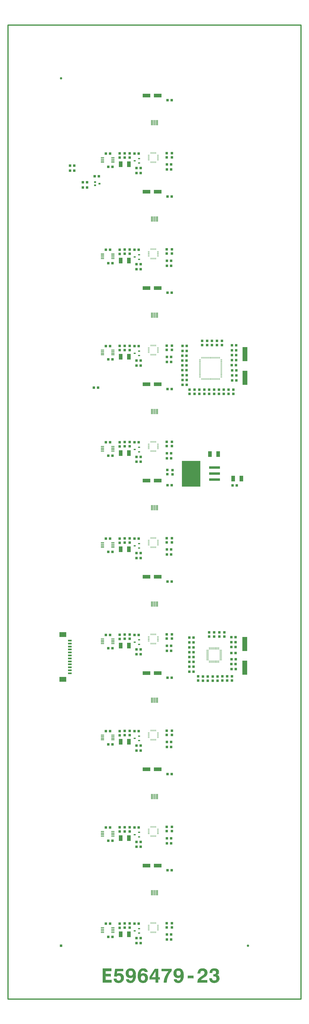
<source format=gbr>
G04 Generated on UCAM*
%FSLAX25Y25*%
%MOIN*%
%IPPOS*%
%ADD10C,0.03937*%
%ADD11R,0.06299X0.02756*%
%ADD12R,0.11811X0.08268*%
%ADD13R,0.04331X0.03937*%
%ADD14R,0.03937X0.04331*%
%ADD15R,0.06496X0.09449*%
%ADD16R,0.01102X0.03150*%
%ADD17R,0.03150X0.01102*%
%ADD18R,0.03543X0.02362*%
%ADD19R,0.12598X0.06299*%
%ADD20R,0.03543X0.02756*%
%ADD21R,0.18110X0.04331*%
%ADD22R,0.31102X0.42520*%
%ADD23R,0.08268X0.23622*%
%ADD24R,0.01575X0.08661*%
%ADD25R,0.05709X0.01772*%
%ADD26R,0.01102X0.03937*%
%ADD27R,0.03937X0.01102*%
%ADD28R,0.03937X0.03937*%
%ADD29C,0.01969*%
%ADD30C,0.00100*%
%ADD31C,0.00200*%
%ADD32C,0.00400*%
%ADD33C,0.00800*%
%ADD34C,0.01600*%
%SRX1Y1I0.00000J0.00000*%
%LNE596479-23*%
%LPD*%
G54D10*
X9839Y1449969D03*
X320862Y9811D03*
G54D11*
X24209Y462272D03*
Y467193D03*
Y472114D03*
Y477035D03*
Y481957D03*
Y486878D03*
Y491799D03*
Y496720D03*
Y501642D03*
Y506563D03*
Y511484D03*
Y516406D03*
G54D12*
X12791Y452232D03*
Y526445D03*
G54D13*
X24843Y1296819D03*
Y1305087D03*
X31843Y1296819D03*
Y1305087D03*
X46102Y1268866D03*
Y1277528D03*
X53102Y1268866D03*
Y1277528D03*
X64213Y936386D03*
X65787Y1287370D03*
X71213Y936386D03*
X72787Y1287370D03*
X84291Y46425D03*
Y206268D03*
Y366110D03*
Y525953D03*
Y685795D03*
Y845638D03*
Y1005480D03*
Y1165323D03*
Y1325165D03*
X88228Y24378D03*
Y184220D03*
Y344063D03*
Y503906D03*
Y663748D03*
Y823591D03*
Y983433D03*
Y1143276D03*
Y1303118D03*
X91291Y46425D03*
Y206268D03*
Y366110D03*
Y525953D03*
Y685795D03*
Y845638D03*
Y1005480D03*
Y1165323D03*
Y1325165D03*
X95228Y24378D03*
Y184220D03*
Y344063D03*
Y503906D03*
Y663748D03*
Y823591D03*
Y983433D03*
Y1143276D03*
Y1303118D03*
X132126Y46425D03*
Y206268D03*
Y366110D03*
Y525953D03*
Y685795D03*
Y845638D03*
Y1005480D03*
Y1165323D03*
Y1325165D03*
X135472Y14142D03*
Y22409D03*
Y173984D03*
Y182252D03*
Y333827D03*
Y342094D03*
Y493669D03*
Y501937D03*
Y653512D03*
Y661780D03*
Y813354D03*
Y821622D03*
Y973197D03*
Y981465D03*
Y1133039D03*
Y1141307D03*
Y1292882D03*
Y1301150D03*
X139126Y46425D03*
Y206268D03*
Y366110D03*
Y525953D03*
Y685795D03*
Y845638D03*
Y1005480D03*
Y1165323D03*
Y1325165D03*
X142472Y14142D03*
Y22409D03*
Y173984D03*
Y182252D03*
Y333827D03*
Y342094D03*
Y493669D03*
Y501937D03*
Y653512D03*
Y661780D03*
Y813354D03*
Y821622D03*
Y973197D03*
Y981465D03*
Y1133039D03*
Y1141307D03*
Y1292882D03*
Y1301150D03*
X185866Y20047D03*
Y28315D03*
Y179890D03*
Y188157D03*
Y339732D03*
Y348000D03*
Y499575D03*
Y507843D03*
Y659417D03*
Y667685D03*
Y819260D03*
Y827528D03*
Y979102D03*
Y987370D03*
Y1138945D03*
Y1147213D03*
Y1298787D03*
Y1307055D03*
X187047Y135008D03*
Y294850D03*
Y454693D03*
Y614535D03*
Y774378D03*
Y934220D03*
Y1094063D03*
Y1253906D03*
Y1413748D03*
X192866Y20047D03*
Y28315D03*
Y179890D03*
Y188157D03*
Y339732D03*
Y348000D03*
Y499575D03*
Y507843D03*
Y659417D03*
Y667685D03*
Y819260D03*
Y827528D03*
Y979102D03*
Y987370D03*
Y1138945D03*
Y1147213D03*
Y1298787D03*
Y1307055D03*
X194047Y135008D03*
Y294850D03*
Y454693D03*
Y614535D03*
Y774378D03*
Y934220D03*
Y1094063D03*
Y1253906D03*
Y1413748D03*
X211850Y965323D03*
Y973394D03*
Y981465D03*
Y989535D03*
X212047Y941110D03*
Y949181D03*
Y957252D03*
Y997606D03*
Y1005677D03*
X218850Y965323D03*
Y973394D03*
Y981465D03*
Y989535D03*
X219047Y941110D03*
Y949181D03*
Y957252D03*
Y997606D03*
Y1005677D03*
X223268Y464929D03*
Y473000D03*
Y481071D03*
Y489142D03*
Y497213D03*
Y505283D03*
X223465Y513354D03*
Y521425D03*
X230268Y464929D03*
Y473000D03*
Y481071D03*
Y489142D03*
Y497213D03*
Y505283D03*
X230465Y513354D03*
Y521425D03*
X293346Y477331D03*
Y495638D03*
Y505874D03*
Y513945D03*
Y522213D03*
X293543Y469063D03*
Y485402D03*
X294134Y973787D03*
X294331Y982055D03*
Y990323D03*
Y998591D03*
Y1006661D03*
X294528Y948591D03*
Y956858D03*
Y965126D03*
X295315Y774181D03*
X300346Y477331D03*
Y495638D03*
Y505874D03*
Y513945D03*
Y522213D03*
X300543Y469063D03*
Y485402D03*
X301134Y973787D03*
X301331Y982055D03*
Y990323D03*
Y998591D03*
Y1006661D03*
X301528Y948591D03*
Y956858D03*
Y965126D03*
X302315Y774181D03*
G54D14*
X107476Y39579D03*
Y46579D03*
Y199421D03*
Y206421D03*
Y359264D03*
Y366264D03*
Y519106D03*
Y526106D03*
Y678949D03*
Y685949D03*
Y838791D03*
Y845791D03*
Y998634D03*
Y1005634D03*
Y1158476D03*
Y1165476D03*
Y1318319D03*
Y1325319D03*
X115744Y39776D03*
Y46776D03*
Y199618D03*
Y206618D03*
Y359461D03*
Y366461D03*
Y519303D03*
Y526303D03*
Y679146D03*
Y686146D03*
Y838988D03*
Y845988D03*
Y998831D03*
Y1005831D03*
Y1158673D03*
Y1165673D03*
Y1318516D03*
Y1325516D03*
X124012Y39776D03*
Y46776D03*
Y199618D03*
Y206618D03*
Y359461D03*
Y366461D03*
Y519303D03*
Y526303D03*
Y679146D03*
Y686146D03*
Y838988D03*
Y845988D03*
Y998831D03*
Y1005831D03*
Y1158673D03*
Y1165673D03*
Y1318516D03*
Y1325516D03*
X185823Y40169D03*
Y47169D03*
Y200012D03*
Y207012D03*
Y359854D03*
Y366854D03*
Y519697D03*
Y526697D03*
Y679539D03*
Y686539D03*
Y839382D03*
Y846382D03*
Y999224D03*
Y1006224D03*
Y1159067D03*
Y1166067D03*
Y1318909D03*
Y1325909D03*
X186610Y792728D03*
Y799728D03*
X194484Y40169D03*
Y47169D03*
Y200012D03*
Y207012D03*
Y359854D03*
Y366854D03*
Y519697D03*
Y526697D03*
Y679539D03*
Y686539D03*
Y839382D03*
Y846382D03*
Y999224D03*
Y1006224D03*
Y1159067D03*
Y1166067D03*
Y1318909D03*
Y1325909D03*
X195469Y792531D03*
Y799531D03*
X223618Y925996D03*
Y932996D03*
X231886Y925996D03*
Y932996D03*
X237988Y450012D03*
Y457012D03*
X239957Y925996D03*
Y932996D03*
X244681Y1007098D03*
Y1014098D03*
X246059Y449815D03*
Y456815D03*
X248224Y925996D03*
Y932996D03*
X252949Y1007098D03*
Y1014098D03*
X254130Y449815D03*
Y456815D03*
X256295Y925996D03*
Y932996D03*
X256492Y523240D03*
Y530240D03*
X261020Y1007098D03*
Y1014098D03*
X262201Y449815D03*
Y456815D03*
X264563Y523240D03*
Y530240D03*
Y926193D03*
Y933193D03*
X269287Y1007098D03*
Y1014098D03*
X270272Y449815D03*
Y456815D03*
X272634Y926193D03*
Y933193D03*
X273421Y523240D03*
Y530240D03*
X277555Y1007098D03*
Y1014098D03*
X278343Y450012D03*
Y457012D03*
X280705Y926193D03*
Y933193D03*
X281689Y523240D03*
Y530240D03*
X286413Y450012D03*
Y457012D03*
X288776Y926193D03*
Y933193D03*
X294484Y450012D03*
Y457012D03*
X296846Y926193D03*
Y933193D03*
G54D15*
X108945Y28709D03*
Y188551D03*
Y348394D03*
Y508236D03*
Y668079D03*
Y827921D03*
Y987764D03*
Y1147606D03*
Y1307449D03*
X122535Y28709D03*
Y188551D03*
Y348394D03*
Y508236D03*
Y668079D03*
Y827921D03*
Y987764D03*
Y1147606D03*
Y1307449D03*
X257764Y826150D03*
X271354D03*
X296354Y785598D03*
X309945D03*
G54D16*
X159445Y32055D03*
Y47409D03*
Y191898D03*
Y207252D03*
Y351740D03*
Y367094D03*
Y511583D03*
Y526937D03*
Y671425D03*
Y686780D03*
Y831268D03*
Y846622D03*
Y991110D03*
Y1006465D03*
Y1150953D03*
Y1166307D03*
Y1310795D03*
Y1326150D03*
X161413Y32055D03*
Y47409D03*
Y191898D03*
Y207252D03*
Y351740D03*
Y367094D03*
Y511583D03*
Y526937D03*
Y671425D03*
Y686780D03*
Y831268D03*
Y846622D03*
Y991110D03*
Y1006465D03*
Y1150953D03*
Y1166307D03*
Y1310795D03*
Y1326150D03*
X163382Y32055D03*
Y47409D03*
Y191898D03*
Y207252D03*
Y351740D03*
Y367094D03*
Y511583D03*
Y526937D03*
Y671425D03*
Y686780D03*
Y831268D03*
Y846622D03*
Y991110D03*
Y1006465D03*
Y1150953D03*
Y1166307D03*
Y1310795D03*
Y1326150D03*
X165350Y32055D03*
Y47409D03*
Y191898D03*
Y207252D03*
Y351740D03*
Y367094D03*
Y511583D03*
Y526937D03*
Y671425D03*
Y686780D03*
Y831268D03*
Y846622D03*
Y991110D03*
Y1006465D03*
Y1150953D03*
Y1166307D03*
Y1310795D03*
Y1326150D03*
X167319Y32055D03*
Y47409D03*
Y191898D03*
Y207252D03*
Y351740D03*
Y367094D03*
Y511583D03*
Y526937D03*
Y671425D03*
Y686780D03*
Y831268D03*
Y846622D03*
Y991110D03*
Y1006465D03*
Y1150953D03*
Y1166307D03*
Y1310795D03*
Y1326150D03*
X244091Y950756D03*
Y986189D03*
X246059Y950756D03*
Y986189D03*
X248028Y950756D03*
Y986189D03*
X249996Y950756D03*
Y986189D03*
X251965Y950756D03*
Y986189D03*
X253933Y950756D03*
Y986189D03*
X255902Y950756D03*
Y986189D03*
X257870Y950756D03*
Y986189D03*
X259839Y950756D03*
Y986189D03*
X261807Y950756D03*
Y986189D03*
X263776Y950756D03*
Y986189D03*
X265744Y950756D03*
Y986189D03*
X267713Y950756D03*
Y986189D03*
X269681Y950756D03*
Y986189D03*
X271650Y950756D03*
Y986189D03*
X273618Y950756D03*
Y986189D03*
G54D17*
X155705Y35795D03*
Y37764D03*
Y39732D03*
Y41701D03*
Y43669D03*
Y195638D03*
Y197606D03*
Y199575D03*
Y201543D03*
Y203512D03*
Y355480D03*
Y357449D03*
Y359417D03*
Y361386D03*
Y363354D03*
Y515323D03*
Y517291D03*
Y519260D03*
Y521228D03*
Y523197D03*
Y675165D03*
Y677134D03*
Y679102D03*
Y681071D03*
Y683039D03*
Y835008D03*
Y836976D03*
Y838945D03*
Y840913D03*
Y842882D03*
Y994850D03*
Y996819D03*
Y998787D03*
Y1000756D03*
Y1002724D03*
Y1154693D03*
Y1156661D03*
Y1158630D03*
Y1160598D03*
Y1162567D03*
Y1314535D03*
Y1316504D03*
Y1318472D03*
Y1320441D03*
Y1322409D03*
X171059Y35795D03*
Y37764D03*
Y39732D03*
Y41701D03*
Y43669D03*
Y195638D03*
Y197606D03*
Y199575D03*
Y201543D03*
Y203512D03*
Y355480D03*
Y357449D03*
Y359417D03*
Y361386D03*
Y363354D03*
Y515323D03*
Y517291D03*
Y519260D03*
Y521228D03*
Y523197D03*
Y675165D03*
Y677134D03*
Y679102D03*
Y681071D03*
Y683039D03*
Y835008D03*
Y836976D03*
Y838945D03*
Y840913D03*
Y842882D03*
Y994850D03*
Y996819D03*
Y998787D03*
Y1000756D03*
Y1002724D03*
Y1154693D03*
Y1156661D03*
Y1158630D03*
Y1160598D03*
Y1162567D03*
Y1314535D03*
Y1316504D03*
Y1318472D03*
Y1320441D03*
Y1322409D03*
X241138Y953709D03*
Y955677D03*
Y957646D03*
Y959614D03*
Y961583D03*
Y963551D03*
Y965520D03*
Y967488D03*
Y969457D03*
Y971425D03*
Y973394D03*
Y975362D03*
Y977331D03*
Y979299D03*
Y981268D03*
Y983236D03*
X276571Y953709D03*
Y955677D03*
Y957646D03*
Y959614D03*
Y961583D03*
Y963551D03*
Y965520D03*
Y967488D03*
Y969457D03*
Y971425D03*
Y973394D03*
Y975362D03*
Y977331D03*
Y979299D03*
Y981268D03*
Y983236D03*
G54D18*
X132476Y34417D03*
Y194260D03*
Y354102D03*
Y513945D03*
Y673787D03*
Y833630D03*
Y993472D03*
Y1153315D03*
Y1313157D03*
X139563Y30677D03*
Y38157D03*
Y190520D03*
Y198000D03*
Y350362D03*
Y357843D03*
Y510205D03*
Y517685D03*
Y670047D03*
Y677528D03*
Y829890D03*
Y837370D03*
Y989732D03*
Y997213D03*
Y1149575D03*
Y1157055D03*
Y1309417D03*
Y1316898D03*
G54D19*
X152161Y142882D03*
Y302724D03*
Y462567D03*
Y622409D03*
Y782252D03*
Y942094D03*
Y1101937D03*
Y1261780D03*
Y1421622D03*
X170665Y142882D03*
Y302724D03*
Y462567D03*
Y622409D03*
Y782252D03*
Y942094D03*
Y1101937D03*
Y1261780D03*
Y1421622D03*
G54D20*
X66335Y1272606D03*
Y1277724D03*
X73815Y1275165D03*
G54D21*
X265252Y783669D03*
Y793669D03*
Y803669D03*
G54D22*
X226472Y793571D03*
G54D23*
X315547Y471425D03*
Y510795D03*
X315941Y952724D03*
Y992094D03*
G54D24*
X160232Y97705D03*
Y257547D03*
Y417390D03*
Y577232D03*
Y737075D03*
Y896917D03*
Y1056760D03*
Y1216602D03*
Y1376445D03*
X162791Y97705D03*
Y257547D03*
Y417390D03*
Y577232D03*
Y737075D03*
Y896917D03*
Y1056760D03*
Y1216602D03*
Y1376445D03*
X165350Y97705D03*
Y257547D03*
Y417390D03*
Y577232D03*
Y737075D03*
Y896917D03*
Y1056760D03*
Y1216602D03*
Y1376445D03*
X167909Y97705D03*
Y257547D03*
Y417390D03*
Y577232D03*
Y737075D03*
Y896917D03*
Y1056760D03*
Y1216602D03*
Y1376445D03*
X170469Y97705D03*
Y257547D03*
Y417390D03*
Y577232D03*
Y737075D03*
Y896917D03*
Y1056760D03*
Y1216602D03*
Y1376445D03*
G54D25*
X78736Y31957D03*
Y34516D03*
Y37075D03*
Y39634D03*
Y191799D03*
Y194358D03*
Y196917D03*
Y199476D03*
Y351642D03*
Y354201D03*
Y356760D03*
Y359319D03*
Y511484D03*
Y514043D03*
Y516602D03*
Y519161D03*
Y671327D03*
Y673886D03*
Y676445D03*
Y679004D03*
Y831169D03*
Y833728D03*
Y836287D03*
Y838846D03*
Y991012D03*
Y993571D03*
Y996130D03*
Y998689D03*
Y1150854D03*
Y1153413D03*
Y1155972D03*
Y1158531D03*
Y1310697D03*
Y1313256D03*
Y1315815D03*
Y1318374D03*
X96059Y31957D03*
Y34516D03*
Y37075D03*
Y39634D03*
Y191799D03*
Y194358D03*
Y196917D03*
Y199476D03*
Y351642D03*
Y354201D03*
Y356760D03*
Y359319D03*
Y511484D03*
Y514043D03*
Y516602D03*
Y519161D03*
Y671327D03*
Y673886D03*
Y676445D03*
Y679004D03*
Y831169D03*
Y833728D03*
Y836287D03*
Y838846D03*
Y991012D03*
Y993571D03*
Y996130D03*
Y998689D03*
Y1150854D03*
Y1153413D03*
Y1155972D03*
Y1158531D03*
Y1310697D03*
Y1313256D03*
Y1315815D03*
Y1318374D03*
G54D26*
X256689Y481465D03*
Y503512D03*
X258657Y481465D03*
Y503512D03*
X260626Y481465D03*
Y503512D03*
X262594Y481465D03*
Y503512D03*
X264563Y481465D03*
Y503512D03*
X266531Y481465D03*
Y503512D03*
X268500Y481465D03*
Y503512D03*
X270469Y481465D03*
Y503512D03*
X272437Y481465D03*
Y503512D03*
G54D27*
X253539Y484614D03*
Y486583D03*
Y488551D03*
Y490520D03*
Y492488D03*
Y494457D03*
Y496425D03*
Y498394D03*
Y500362D03*
X275587Y484614D03*
Y486583D03*
Y488551D03*
Y490520D03*
Y492488D03*
Y494457D03*
Y496425D03*
Y498394D03*
Y500362D03*
G54D28*
X9839Y9811D03*
G54D29*
X-78740Y1538583D02*
Y-78740D01*
X409449*
Y1538583*
X-78740*
G54D30*
X78913Y-27901D02*
X93346D01*
Y-32233*
X83625*
Y-36990*
X92335*
Y-41352*
X83634*
Y-46798*
X93608*
Y-51131*
X78913*
Y-27901*
X93561Y-46838D02*
X93568D01*
Y-46845*
X93561Y-46838*
X93561Y-51091D02*
X93568Y-51084D01*
Y-51091*
X93561*
X93299Y-27941D02*
X93306D01*
Y-27948*
X93299Y-27941*
X93299Y-32193D02*
X93306Y-32187D01*
Y-32193*
X93299*
X92288Y-37030D02*
X92295D01*
Y-37037*
X92288Y-37030*
X92288Y-41312D02*
X92295Y-41305D01*
Y-41312*
X92288*
X78953Y-27941D02*
X78959D01*
X78953Y-27948*
Y-27941*
X78953Y-51084D02*
X78959Y-51091D01*
X78953*
Y-51084*
X97361Y-44912D02*
X101861D01*
X101953Y-45523*
X102031Y-45849*
X102140Y-46164*
X102288Y-46481*
X102466Y-46767*
X102674Y-47034*
X102940Y-47301*
X103237Y-47538*
X103563Y-47736*
X103909Y-47894*
X104235Y-47992*
X104559Y-48061*
X104981Y-48120*
X105404Y-48140*
X105836Y-48120*
X106267Y-48071*
X106631Y-48002*
X106976Y-47894*
X107370Y-47736*
X107735Y-47529*
X108041Y-47302*
X108327Y-47036*
X108574Y-46749*
X108782Y-46423*
X108988Y-46020*
X109146Y-45597*
X109264Y-45184*
X109332Y-44753*
X109391Y-44273*
X109401Y-43773*
X109371Y-43293*
X109313Y-42813*
X109224Y-42400*
X109106Y-42007*
X108929Y-41575*
X108713Y-41171*
X108486Y-40846*
X108230Y-40550*
X107943Y-40293*
X107637Y-40076*
X107271Y-39888*
X106887Y-39740*
X106219Y-39583*
X105432Y-39524*
X104676Y-39603*
X104027Y-39760*
X103710Y-39899*
X103415Y-40056*
X103158Y-40224*
X102920Y-40423*
X102702Y-40660*
X102319Y-41146*
X98179Y-40917*
X99684Y-28416*
X113073*
Y-32282*
X102910*
X102301Y-37127*
X102319Y-37138*
X102942Y-36701*
X103567Y-36373*
X104300Y-36123*
X104811Y-35997*
X105332Y-35920*
X105979Y-35872*
X106637*
X107382Y-35920*
X108117Y-36027*
X108755Y-36162*
X109372Y-36355*
X110077Y-36654*
X110744Y-37021*
X111352Y-37446*
X111912Y-37929*
X112413Y-38469*
X112857Y-39058*
X113243Y-39704*
X113552Y-40400*
X113804Y-41115*
X113977Y-41839*
X114093Y-42689*
X114132Y-43550*
X114103Y-44479*
X113977Y-45398*
X113794Y-46190*
X113533Y-46943*
X113195Y-47668*
X112780Y-48343*
X112288Y-48981*
X111737Y-49550*
X111100Y-50072*
X110424Y-50535*
X109641Y-50931*
X108839Y-51260*
X108056Y-51482*
X107263Y-51647*
X106333Y-51753*
X105394Y-51792*
X104436Y-51753*
X103477Y-51647*
X102685Y-51483*
X101912Y-51241*
X101149Y-50913*
X100415Y-50507*
X99797Y-50063*
X99228Y-49552*
X98775Y-49031*
X98379Y-48471*
X98042Y-47864*
X97781Y-47218*
X97579Y-46542*
X97434Y-45789*
X97361Y-44912*
X113026Y-28456D02*
X113033D01*
Y-28463*
X113026Y-28456*
X113026Y-32242D02*
X113033Y-32235D01*
Y-32242*
X113026*
X99719Y-28456D02*
X99719D01*
X99720*
X99719*
X98224Y-40880D02*
X98225Y-40869D01*
X98234Y-40880*
X98224*
X97404Y-44952D02*
X97416D01*
X97405Y-44964*
X97404Y-44952*
X97406Y-44958D02*
X97411D01*
X113028Y-28458D02*
X113032D01*
X121990Y-35803D02*
X122009Y-36341D01*
X122078Y-36870*
X122157Y-37264*
X122285Y-37648*
X122442Y-38022*
X122649Y-38377*
X122876Y-38683*
X123142Y-38969*
X123419Y-39206*
X123735Y-39413*
X124071Y-39581*
X124417Y-39710*
X125047Y-39848*
X125871Y-39877*
X126274Y-39847*
X126677Y-39779*
X126973Y-39710*
X127250Y-39611*
X127567Y-39452*
X127864Y-39254*
X128160Y-38988*
X128436Y-38702*
X128653Y-38406*
X128830Y-38101*
X128997Y-37767*
X129126Y-37420*
X129263Y-36782*
X129332Y-35842*
X129312Y-35333*
X129263Y-34823*
X129185Y-34430*
X129077Y-34037*
X128939Y-33664*
X128762Y-33290*
X128575Y-32984*
X128358Y-32698*
X128112Y-32432*
X127835Y-32186*
X127539Y-31978*
X127214Y-31801*
X126868Y-31653*
X126503Y-31554*
X126081Y-31476*
X125658Y-31436*
X125234Y-31446*
X124811Y-31495*
X124466Y-31574*
X124139Y-31693*
X123803Y-31861*
X123487Y-32068*
X123181Y-32325*
X122915Y-32621*
X122697Y-32917*
X122510Y-33252*
X122333Y-33626*
X122206Y-34029*
X122107Y-34412*
X122048Y-34805*
X121999Y-35304*
X121990Y-35803*
X117326Y-36345D02*
X117336Y-35465D01*
X117414Y-34594*
X117568Y-33782*
X117791Y-32989*
X118081Y-32216*
X118457Y-31472*
X118872Y-30835*
X119355Y-30237*
X119934Y-29667*
X120571Y-29165*
X121276Y-28731*
X122039Y-28373*
X122793Y-28103*
X123575Y-27919*
X124533Y-27794*
X125501Y-27735*
X126488Y-27774*
X127465Y-27890*
X128237Y-28074*
X128981Y-28335*
X129541Y-28595*
X130081Y-28904*
X130583Y-29271*
X131085Y-29686*
X131549Y-30159*
X131964Y-30661*
X132476Y-31415*
X132901Y-32217*
X133327Y-33292*
X133666Y-34396*
X133908Y-35539*
X134073Y-36702*
X134180Y-38157*
X134209Y-39613*
X134151Y-41058*
X134005Y-42494*
X133811Y-43686*
X133540Y-44859*
X133162Y-46041*
X132688Y-47174*
X132233Y-48025*
X131682Y-48817*
X131064Y-49522*
X130359Y-50150*
X129625Y-50662*
X128823Y-51087*
X128100Y-51377*
X127337Y-51579*
X126408Y-51744*
X125469Y-51831*
X124492*
X123524Y-51734*
X122742Y-51589*
X121979Y-51348*
X121323Y-51068*
X120696Y-50711*
X120146Y-50316*
X119645Y-49863*
X119298Y-49477*
X118989Y-49072*
X118710Y-48648*
X118489Y-48196*
X118199Y-47415*
X118026Y-46595*
X117954Y-45923*
X122612*
X122711Y-46392*
X122790Y-46641*
X123028Y-47107*
X123376Y-47505*
X123813Y-47823*
X124358Y-48050*
X124901Y-48159*
X125559Y-48189*
X125954Y-48159*
X126348Y-48090*
X126664Y-48001*
X126971Y-47872*
X127346Y-47655*
X127683Y-47388*
X128037Y-47014*
X128333Y-46600*
X128569Y-46167*
X128755Y-45726*
X128961Y-45099*
X129107Y-44454*
X129234Y-43634*
X129398Y-41902*
X129374Y-41890*
X128630Y-42528*
X128322Y-42730*
X128006Y-42912*
X127214Y-43231*
X126684Y-43385*
X126135Y-43491*
X125516Y-43559*
X124888Y-43588*
X124192Y-43568*
X123496Y-43491*
X122839Y-43365*
X122201Y-43182*
X121496Y-42921*
X120810Y-42583*
X120231Y-42216*
X119691Y-41792*
X119180Y-41290*
X118736Y-40741*
X118331Y-40094*
X117983Y-39408*
X117732Y-38723*
X117539Y-38008*
X117394Y-37177*
X117326Y-36345*
X117999Y-45963D02*
X118012D01*
X118000Y-45976*
X117999Y-45963*
X118000Y-45970D02*
X118005D01*
X201559Y-35803D02*
X201578Y-36341D01*
X201647Y-36870*
X201726Y-37264*
X201854Y-37648*
X202011Y-38022*
X202218Y-38377*
X202445Y-38683*
X202711Y-38969*
X202988Y-39206*
X203304Y-39413*
X203640Y-39581*
X203986Y-39710*
X204616Y-39848*
X205440Y-39877*
X205843Y-39847*
X206246Y-39779*
X206542Y-39710*
X206819Y-39611*
X207136Y-39452*
X207433Y-39254*
X207729Y-38988*
X208005Y-38702*
X208222Y-38406*
X208399Y-38101*
X208566Y-37767*
X208695Y-37420*
X208832Y-36782*
X208901Y-35842*
X208881Y-35333*
X208832Y-34823*
X208754Y-34430*
X208646Y-34037*
X208508Y-33664*
X208331Y-33290*
X208144Y-32984*
X207927Y-32698*
X207681Y-32432*
X207404Y-32186*
X207108Y-31978*
X206783Y-31801*
X206437Y-31653*
X206072Y-31554*
X205650Y-31476*
X205227Y-31436*
X204803Y-31446*
X204380Y-31495*
X204035Y-31574*
X203708Y-31693*
X203372Y-31861*
X203056Y-32068*
X202750Y-32325*
X202484Y-32621*
X202266Y-32917*
X202079Y-33252*
X201902Y-33626*
X201774Y-34029*
X201676Y-34412*
X201617Y-34805*
X201568Y-35304*
X201559Y-35803*
X196895Y-36345D02*
X196905Y-35465D01*
X196982Y-34594*
X197137Y-33782*
X197360Y-32989*
X197649Y-32216*
X198026Y-31472*
X198441Y-30835*
X198924Y-30237*
X199503Y-29667*
X200140Y-29165*
X200845Y-28731*
X201608Y-28373*
X202362Y-28103*
X203144Y-27919*
X204102Y-27794*
X205070Y-27735*
X206057Y-27774*
X207034Y-27890*
X207806Y-28074*
X208550Y-28335*
X209110Y-28595*
X209650Y-28904*
X210152Y-29271*
X210654Y-29686*
X211118Y-30159*
X211533Y-30661*
X212045Y-31415*
X212470Y-32217*
X212896Y-33292*
X213235Y-34396*
X213477Y-35539*
X213642Y-36702*
X213749Y-38157*
X213778Y-39613*
X213720Y-41058*
X213574Y-42494*
X213380Y-43686*
X213109Y-44859*
X212731Y-46041*
X212257Y-47174*
X211802Y-48025*
X211251Y-48817*
X210633Y-49522*
X209928Y-50150*
X209194Y-50662*
X208392Y-51087*
X207669Y-51377*
X206906Y-51579*
X205976Y-51744*
X205038Y-51831*
X204061*
X203093Y-51734*
X202311Y-51589*
X201548Y-51348*
X200892Y-51068*
X200265Y-50711*
X199715Y-50316*
X199214Y-49863*
X198867Y-49477*
X198558Y-49072*
X198279Y-48648*
X198058Y-48196*
X197768Y-47415*
X197595Y-46595*
X197523Y-45923*
X202181*
X202280Y-46392*
X202359Y-46641*
X202597Y-47107*
X202945Y-47505*
X203382Y-47823*
X203927Y-48050*
X204470Y-48159*
X205128Y-48189*
X205523Y-48159*
X205917Y-48090*
X206233Y-48001*
X206540Y-47872*
X206915Y-47655*
X207252Y-47388*
X207606Y-47014*
X207902Y-46600*
X208138Y-46167*
X208324Y-45726*
X208530Y-45099*
X208676Y-44454*
X208803Y-43634*
X208967Y-41902*
X208943Y-41890*
X208199Y-42528*
X207891Y-42730*
X207575Y-42912*
X206783Y-43231*
X206253Y-43385*
X205704Y-43491*
X205085Y-43559*
X204457Y-43588*
X203761Y-43568*
X203065Y-43491*
X202408Y-43365*
X201770Y-43182*
X201065Y-42921*
X200379Y-42583*
X199800Y-42216*
X199260Y-41792*
X198749Y-41290*
X198305Y-40741*
X197900Y-40094*
X197552Y-39408*
X197301Y-38723*
X197108Y-38008*
X196963Y-37177*
X196895Y-36345*
X197568Y-45963D02*
X197581D01*
X197569Y-45976*
X197568Y-45963*
X197569Y-45970D02*
X197574D01*
X142251Y-43734D02*
X142261Y-44244D01*
X142320Y-44753*
X142389Y-45146*
X142497Y-45539*
X142644Y-45912*
X142811Y-46286*
X142999Y-46592*
X143216Y-46878*
X143462Y-47144*
X143748Y-47391*
X144044Y-47598*
X144359Y-47775*
X144705Y-47923*
X145070Y-48022*
X145493Y-48101*
X145916Y-48140*
X146339Y-48130*
X146762Y-48081*
X147108Y-48002*
X147444Y-47883*
X147780Y-47715*
X148086Y-47508*
X148392Y-47251*
X148659Y-46955*
X148886Y-46659*
X149073Y-46324*
X149240Y-45950*
X149378Y-45547*
X149466Y-45164*
X149535Y-44772*
X149574Y-44272*
X149584Y-43773*
X149564Y-43235*
X149505Y-42706*
X149417Y-42312*
X149299Y-41929*
X149131Y-41554*
X148924Y-41199*
X148698Y-40894*
X148441Y-40607*
X148154Y-40370*
X147848Y-40163*
X147512Y-39995*
X147156Y-39866*
X146527Y-39729*
X145713Y-39699*
X145299Y-39729*
X144897Y-39797*
X144611Y-39866*
X144323Y-39965*
X144007Y-40124*
X143709Y-40322*
X143413Y-40588*
X143147Y-40874*
X142931Y-41170*
X142743Y-41475*
X142586Y-41810*
X142448Y-42155*
X142310Y-42795*
X142251Y-43734*
X137374Y-39964D02*
X137432Y-38518D01*
X137568Y-37082*
X137762Y-35890*
X138033Y-34717*
X138411Y-33535*
X138886Y-32402*
X139340Y-31551*
X139891Y-30759*
X140519Y-30054*
X141215Y-29426*
X141958Y-28914*
X142750Y-28489*
X143484Y-28200*
X144237Y-27997*
X145166Y-27832*
X146114Y-27745*
X147082*
X148049Y-27842*
X148841Y-27987*
X149594Y-28228*
X150260Y-28508*
X150877Y-28865*
X151427Y-29260*
X151938Y-29714*
X152276Y-30099*
X152594Y-30504*
X152864Y-30928*
X153094Y-31380*
X153374Y-32161*
X153557Y-32981*
X153620Y-33653*
X148963*
X148873Y-33185*
X148793Y-32935*
X148555Y-32469*
X148207Y-32071*
X147770Y-31753*
X147215Y-31526*
X146672Y-31417*
X146024Y-31388*
X145620Y-31417*
X145226Y-31486*
X144909Y-31575*
X144612Y-31704*
X144237Y-31921*
X143901Y-32188*
X143546Y-32562*
X143241Y-32976*
X143005Y-33409*
X142818Y-33850*
X142613Y-34477*
X142466Y-35122*
X142339Y-35942*
X142175Y-37674*
X142201Y-37687*
X142838Y-37125*
X143164Y-36895*
X143501Y-36702*
X143925Y-36500*
X144358Y-36346*
X144889Y-36191*
X145439Y-36085*
X146067Y-36018*
X146696Y-35989*
X147392Y-36008*
X148088Y-36085*
X148735Y-36211*
X149372Y-36394*
X150088Y-36655*
X150763Y-36993*
X151342Y-37360*
X151882Y-37784*
X152394Y-38286*
X152837Y-38836*
X153252Y-39482*
X153590Y-40168*
X153851Y-40853*
X154034Y-41568*
X154179Y-42400*
X154247Y-43231*
X154237Y-44111*
X154160Y-44982*
X154015Y-45794*
X153793Y-46587*
X153493Y-47360*
X153116Y-48104*
X152701Y-48741*
X152218Y-49340*
X151649Y-49909*
X151012Y-50411*
X150297Y-50845*
X149544Y-51203*
X148781Y-51473*
X148008Y-51657*
X147041Y-51783*
X146073Y-51841*
X145086Y-51802*
X144109Y-51686*
X143346Y-51502*
X142592Y-51242*
X142033Y-50981*
X141493Y-50672*
X140991Y-50306*
X140498Y-49890*
X140035Y-49417*
X139620Y-48915*
X139107Y-48161*
X138682Y-47359*
X138246Y-46285*
X137917Y-45180*
X137665Y-44037*
X137500Y-42874*
X137394Y-41419*
X137374Y-39964*
X153564Y-33613D02*
X153575Y-33600D01*
X153576Y-33613*
X153564*
X153570Y-33606D02*
X153575D01*
X160462Y-42537D02*
X160464Y-42541D01*
X166987*
Y-32340*
X166943Y-32327*
X160462Y-42537*
X156975Y-42000D02*
X165604Y-28416D01*
X171359*
Y-42424*
X174081*
Y-46047*
X171359*
Y-51131*
X166871*
Y-46047*
X156975*
Y-42000*
X174034Y-42464D02*
X174041D01*
Y-42471*
X174034Y-42464*
X174034Y-46007D02*
X174041Y-46000D01*
Y-46007*
X174034*
X171312Y-28456D02*
X171319D01*
Y-28463*
X171312Y-28456*
X171312Y-51091D02*
X171319Y-51084D01*
Y-51091*
X171312*
X166911Y-51084D02*
X166918Y-51091D01*
X166911*
Y-51084*
X157015Y-46000D02*
X157022Y-46007D01*
X157015*
Y-46000*
X177178Y-28416D02*
X193740D01*
Y-31886*
X192137Y-33827*
X191349Y-34839*
X190171Y-36484*
X189265Y-37916*
X188817Y-38734*
X188389Y-39552*
X187960Y-40458*
X187571Y-41374*
X186938Y-43087*
X186393Y-44859*
X185974Y-46563*
X185672Y-48189*
X185327Y-51131*
X180547*
X180736Y-49155*
X180872Y-48156*
X181027Y-47293*
X181221Y-46439*
X181473Y-45479*
X181764Y-44528*
X182385Y-42800*
X183142Y-41024*
X183909Y-39452*
X184754Y-37927*
X185676Y-36433*
X186666Y-35015*
X187336Y-34122*
X188770Y-32324*
X188764Y-32311*
X177178*
Y-28416*
X193693Y-28456D02*
X193700D01*
Y-28463*
X193693Y-28456*
X185291Y-51091D02*
X185292D01*
X185292*
X185291*
X180591Y-51091D02*
X180592Y-51079D01*
X180603Y-51091*
X180591*
X177218Y-28456D02*
X177225D01*
X177218Y-28463*
Y-28456*
X177218Y-32264D02*
X177225Y-32271D01*
X177218*
Y-32264*
X180592Y-51084D02*
X180597D01*
X220793Y-39955D02*
X229899D01*
Y-44365*
X220793*
Y-39955*
X229852Y-39995D02*
X229859D01*
Y-40002*
X229852Y-39995*
X229852Y-44325D02*
X229859Y-44318D01*
Y-44325*
X229852*
X220833Y-39995D02*
X220840D01*
X220833Y-40002*
Y-39995*
X220833Y-44318D02*
X220840Y-44325D01*
X220833*
Y-44318*
X236724Y-51131D02*
X236884Y-49467D01*
X237019Y-48625*
X237222Y-47803*
X237493Y-47009*
X237802Y-46304*
X238179Y-45638*
X238566Y-45077*
X239001Y-44545*
X239591Y-43897*
X240240Y-43306*
X241287Y-42453*
X242724Y-41443*
X245134Y-39898*
X246284Y-39099*
X246967Y-38542*
X247398Y-38121*
X247790Y-37671*
X248056Y-37307*
X248263Y-36912*
X248440Y-36480*
X248568Y-36027*
X248646Y-35506*
X248666Y-34985*
X248627Y-34425*
X248509Y-33884*
X248361Y-33449*
X248143Y-33044*
X247876Y-32688*
X247560Y-32372*
X247185Y-32095*
X246770Y-31868*
X246404Y-31740*
X246030Y-31641*
X245568Y-31582*
X245106Y-31563*
X244664Y-31592*
X244212Y-31661*
X243837Y-31760*
X243462Y-31907*
X243029Y-32134*
X242624Y-32430*
X242298Y-32756*
X242022Y-33121*
X241844Y-33438*
X241706Y-33774*
X241578Y-34235*
X241480Y-34707*
X241385Y-36044*
X237130*
X237185Y-34932*
X237340Y-33741*
X237572Y-32794*
X237862Y-32022*
X238238Y-31288*
X238672Y-30642*
X239174Y-30043*
X239753Y-29503*
X240399Y-29040*
X241153Y-28625*
X241945Y-28286*
X242650Y-28064*
X243365Y-27919*
X244265Y-27803*
X245166Y-27755*
X246037Y-27765*
X246899Y-27842*
X247605Y-27948*
X248300Y-28122*
X249064Y-28393*
X249788Y-28731*
X250425Y-29127*
X251023Y-29580*
X251554Y-30101*
X252026Y-30680*
X252431Y-31316*
X252760Y-31992*
X253011Y-32668*
X253184Y-33363*
X253300Y-34135*
X253339Y-34928*
X253310Y-35759*
X253184Y-36590*
X253001Y-37323*
X252731Y-38028*
X252383Y-38723*
X251949Y-39369*
X251359Y-40095*
X250701Y-40763*
X250246Y-41159*
X249772Y-41537*
X248821Y-42216*
X247840Y-42877*
X244719Y-44899*
X244115Y-45308*
X243520Y-45747*
X243263Y-45964*
X243036Y-46221*
X242819Y-46516*
X242395Y-47225*
Y-47226*
X253106*
Y-51131*
X236724*
X253059Y-47266D02*
X253066D01*
Y-47273*
X253059Y-47266*
X253059Y-51091D02*
X253066Y-51084D01*
Y-51091*
X253059*
X241345Y-36004D02*
X241348Y-36001D01*
Y-36004*
X241345*
X237172Y-36004D02*
Y-35994D01*
X237181Y-36004*
X237172*
X236768Y-51091D02*
X236769Y-51079D01*
X236780Y-51091*
X236768*
X236769Y-51084D02*
X236774D01*
X256603Y-44057D02*
X261015D01*
X261080Y-44985*
X261169Y-45467*
X261277Y-45832*
X261415Y-46177*
X261593Y-46493*
X261790Y-46789*
X262076Y-47114*
X262402Y-47401*
X262758Y-47628*
X263143Y-47806*
X263479Y-47915*
X263825Y-47984*
X264296Y-48023*
X264777Y-48033*
X265619Y-47955*
X266297Y-47798*
X266691Y-47650*
X267066Y-47462*
X267353Y-47264*
X267611Y-47036*
X267829Y-46779*
X268017Y-46502*
X268194Y-46156*
X268333Y-45801*
X268480Y-45142*
X268529Y-44386*
X268500Y-43943*
X268431Y-43511*
X268342Y-43156*
X268213Y-42820*
X268016Y-42455*
X267779Y-42109*
X267512Y-41822*
X267206Y-41565*
X266880Y-41368*
X266534Y-41200*
X266052Y-41052*
X265551Y-40944*
X264886Y-40866*
X263930Y-40837*
X263338Y-40846*
Y-37679*
X264233Y-37661*
X265015Y-37602*
X265594Y-37484*
X265958Y-37376*
X266322Y-37228*
X266590Y-37089*
X266839Y-36910*
X267087Y-36672*
X267295Y-36415*
X267503Y-36078*
X267651Y-35731*
X267809Y-35140*
X267868Y-34432*
X267809Y-33713*
X267651Y-33150*
X267512Y-32862*
X267343Y-32594*
X267145Y-32357*
X266928Y-32139*
X266690Y-31951*
X266422Y-31792*
X266116Y-31654*
X265799Y-31545*
X265180Y-31417*
X264482Y-31397*
X264097Y-31437*
X263713Y-31516*
X263397Y-31614*
X263091Y-31743*
X262764Y-31931*
X262477Y-32148*
X262220Y-32406*
X262002Y-32683*
X261834Y-32970*
X261696Y-33267*
X261577Y-33641*
X261489Y-34035*
X261449Y-34418*
X261413Y-35140*
X257083*
X257242Y-33545*
X257397Y-32743*
X257648Y-31981*
X257986Y-31248*
X258390Y-30592*
X258882Y-30004*
X259442Y-29464*
X260068Y-29001*
X260811Y-28586*
X261594Y-28267*
X262231Y-28074*
X262879Y-27929*
X263701Y-27823*
X264534Y-27765*
X265328Y-27774*
X266132Y-27823*
X266818Y-27910*
X267504Y-28055*
X268288Y-28287*
X269041Y-28586*
X269659Y-28914*
X270247Y-29310*
X270806Y-29792*
X271298Y-30341*
X271702Y-30919*
X272030Y-31546*
X272252Y-32124*
X272416Y-32731*
X272512Y-33396*
X272531Y-34081*
X272502Y-34708*
X272396Y-35335*
X272252Y-35864*
X272040Y-36374*
X271800Y-36817*
X271521Y-37230*
X271194Y-37605*
X270838Y-37942*
X270482Y-38211*
X269663Y-38733*
X270661Y-39258*
X271104Y-39528*
X271595Y-39913*
X272038Y-40365*
X272413Y-40866*
X272731Y-41415*
X272991Y-42012*
X273174Y-42628*
X273309Y-43400*
X273357Y-44183*
X273338Y-45014*
X273232Y-45825*
X273048Y-46569*
X272798Y-47283*
X272470Y-47949*
X272074Y-48567*
X271630Y-49146*
X271109Y-49676*
X270510Y-50168*
X269854Y-50583*
X269091Y-50970*
X268288Y-51279*
X267515Y-51502*
X266741Y-51647*
X265753Y-51753*
X264765Y-51792*
X263748Y-51763*
X262741Y-51657*
X261978Y-51512*
X261244Y-51290*
X260413Y-50942*
X259631Y-50498*
X258966Y-49986*
X258367Y-49407*
X257963Y-48906*
X257615Y-48366*
X257297Y-47758*
X257036Y-47120*
X256891Y-46638*
X256775Y-46136*
X256688Y-45604*
X256630Y-45054*
X256603Y-44057*
X263378Y-37718D02*
X263384D01*
X263378Y-37724*
Y-37718*
X263378Y-40797D02*
X263386Y-40805D01*
X263378*
Y-40797*
X261371Y-35100D02*
X261375Y-35096D01*
Y-35100*
X261371*
X260975Y-44097D02*
X260978D01*
Y-44100*
X260975Y-44097*
X257127Y-35100D02*
X257128Y-35087D01*
X257140Y-35100*
X257127*
X256644Y-44097D02*
X256652D01*
X256644Y-44105*
Y-44097*
X256645Y-44100D02*
X256648D01*
X260979Y-44100D02*
X260977D01*
X263379Y-40800D02*
X263381D01*
X257128Y-35100D02*
X257139D01*
X261372Y-35100D02*
X261374D01*
G54D31*
X79013Y-28001D02*
X93246D01*
Y-32134*
X83525*
Y-37090*
X92235*
Y-41252*
X83534*
Y-46898*
X93508*
Y-51031*
X79013*
Y-28001*
X93414Y-46978D02*
X93428D01*
Y-46992*
X93414Y-46978*
X93414Y-50951D02*
X93428Y-50937D01*
Y-50951*
X93414*
X93152Y-28081D02*
X93166D01*
Y-28094*
X93152Y-28081*
X93152Y-32054D02*
X93166Y-32040D01*
Y-32054*
X93152*
X92141Y-37170D02*
X92155D01*
Y-37183*
X92141Y-37170*
X92141Y-41172D02*
X92155Y-41158D01*
Y-41172*
X92141*
X79093Y-28081D02*
X79106D01*
X79093Y-28094*
Y-28081*
X79093Y-50937D02*
X79106Y-50951D01*
X79093*
Y-50937*
X97469Y-45012D02*
X101775D01*
X101854Y-45543*
X101935Y-45877*
X102047Y-46202*
X102200Y-46528*
X102384Y-46824*
X102599Y-47100*
X102874Y-47375*
X103179Y-47620*
X103516Y-47824*
X103873Y-47987*
X104210Y-48089*
X104542Y-48160*
X104972Y-48220*
X105404Y-48240*
X105844Y-48220*
X106282Y-48170*
X106656Y-48099*
X107010Y-47988*
X107413Y-47827*
X107790Y-47613*
X108105Y-47379*
X108399Y-47105*
X108655Y-46809*
X108869Y-46473*
X109080Y-46060*
X109241Y-45629*
X109361Y-45206*
X109431Y-44767*
X109491Y-44280*
X109501Y-43771*
X109471Y-43284*
X109411Y-42796*
X109321Y-42375*
X109201Y-41974*
X109020Y-41532*
X108798Y-41119*
X108565Y-40785*
X108301Y-40480*
X108006Y-40215*
X107689Y-39990*
X107312Y-39797*
X106916Y-39644*
X106234Y-39484*
X105431Y-39424*
X104659Y-39504*
X103995Y-39665*
X103667Y-39809*
X103364Y-39970*
X103098Y-40144*
X102851Y-40350*
X102626Y-40595*
X102272Y-41044*
X98291Y-40823*
X99772Y-28516*
X112973*
Y-32182*
X102822*
X102194Y-37179*
X102323Y-37257*
X102994Y-36786*
X103607Y-36466*
X104328Y-36219*
X104830Y-36096*
X105343Y-36020*
X105983Y-35972*
X106634*
X107371Y-36020*
X108100Y-36125*
X108729Y-36259*
X109338Y-36449*
X110034Y-36744*
X110691Y-37106*
X111290Y-37525*
X111842Y-38001*
X112337Y-38533*
X112774Y-39114*
X113154Y-39750*
X113459Y-40436*
X113708Y-41143*
X113879Y-41857*
X113994Y-42698*
X114032Y-43551*
X114003Y-44471*
X113879Y-45380*
X113698Y-46162*
X113440Y-46906*
X113107Y-47620*
X112698Y-48286*
X112212Y-48915*
X111670Y-49476*
X111040Y-49992*
X110373Y-50449*
X109599Y-50840*
X108806Y-51166*
X108032Y-51385*
X107247Y-51548*
X106326Y-51654*
X105394Y-51692*
X104443Y-51654*
X103493Y-51548*
X102710Y-51386*
X101947Y-51147*
X101193Y-50823*
X100468Y-50422*
X99860Y-49985*
X99299Y-49481*
X98854Y-48969*
X98464Y-48418*
X98132Y-47821*
X97876Y-47185*
X97676Y-46518*
X97533Y-45775*
X97469Y-45012*
X112879Y-28596D02*
X112893D01*
Y-28610*
X112879Y-28596*
X112879Y-32102D02*
X112893Y-32088D01*
Y-32102*
X112879*
X99843Y-28596D02*
X99843D01*
X99844*
X99843*
X98381Y-40748D02*
X98383Y-40727D01*
X98402Y-40749*
X98381Y-40748*
X97556Y-45092D02*
X97580D01*
X97558Y-45116*
X97556Y-45092*
X112893Y-28609D02*
X112892D01*
X121890Y-35804D02*
X121910Y-36350D01*
X121979Y-36886*
X122060Y-37289*
X122191Y-37683*
X122352Y-38067*
X122566Y-38432*
X122799Y-38747*
X123073Y-39041*
X123359Y-39286*
X123685Y-39500*
X124031Y-39673*
X124389Y-39806*
X125034Y-39947*
X125873Y-39977*
X126287Y-39947*
X126697Y-39877*
X127001Y-39806*
X127290Y-39703*
X127617Y-39539*
X127926Y-39333*
X128229Y-39060*
X128512Y-38767*
X128737Y-38461*
X128918Y-38148*
X129089Y-37807*
X129222Y-37449*
X129363Y-36796*
X129432Y-35844*
X129412Y-35326*
X129362Y-34808*
X129282Y-34407*
X129172Y-34007*
X129031Y-33625*
X128850Y-33242*
X128657Y-32928*
X128435Y-32634*
X128182Y-32361*
X127898Y-32107*
X127592Y-31893*
X127257Y-31711*
X126901Y-31558*
X126525Y-31457*
X126095Y-31377*
X125661Y-31336*
X125228Y-31346*
X124794Y-31397*
X124437Y-31478*
X124100Y-31601*
X123753Y-31774*
X123428Y-31988*
X123112Y-32253*
X122837Y-32558*
X122613Y-32863*
X122422Y-33206*
X122240Y-33589*
X122109Y-34002*
X122009Y-34392*
X121949Y-34792*
X121900Y-35298*
X121890Y-35804*
X117426Y-36342D02*
X117436Y-35470D01*
X117513Y-34608*
X117666Y-33805*
X117886Y-33020*
X118172Y-32256*
X118544Y-31523*
X118953Y-30894*
X119429Y-30304*
X120000Y-29742*
X120629Y-29247*
X121324Y-28819*
X122078Y-28466*
X122821Y-28199*
X123593Y-28018*
X124543Y-27893*
X125502Y-27836*
X126480Y-27874*
X127448Y-27989*
X128209Y-28170*
X128943Y-28427*
X129495Y-28684*
X130026Y-28988*
X130522Y-29349*
X131018Y-29760*
X131474Y-30226*
X131884Y-30721*
X132390Y-31467*
X132810Y-32259*
X133233Y-33325*
X133569Y-34421*
X133810Y-35556*
X133974Y-36713*
X134080Y-38162*
X134109Y-39612*
X134051Y-41051*
X133906Y-42481*
X133713Y-43667*
X133444Y-44832*
X133068Y-46006*
X132597Y-47131*
X132148Y-47973*
X131604Y-48756*
X130993Y-49452*
X130297Y-50072*
X129573Y-50577*
X128781Y-50996*
X128068Y-51282*
X127315Y-51482*
X126394Y-51645*
X125464Y-51731*
X124497*
X123538Y-51635*
X122766Y-51492*
X122014Y-51254*
X121368Y-50978*
X120750Y-50627*
X120209Y-50238*
X119716Y-49792*
X119375Y-49413*
X119071Y-49014*
X118797Y-48599*
X118581Y-48157*
X118296Y-47387*
X118125Y-46579*
X118065Y-46023*
X122531*
X122614Y-46417*
X122698Y-46679*
X122945Y-47164*
X123309Y-47579*
X123764Y-47910*
X124329Y-48146*
X124889Y-48259*
X125561Y-48289*
X125966Y-48258*
X126370Y-48188*
X126697Y-48096*
X127016Y-47962*
X127403Y-47738*
X127750Y-47462*
X128115Y-47077*
X128418Y-46653*
X128659Y-46211*
X128849Y-45761*
X129057Y-45126*
X129206Y-44473*
X129334Y-43646*
X129504Y-41845*
X129360Y-41770*
X128569Y-42448*
X128270Y-42645*
X127962Y-42822*
X127182Y-43136*
X126661Y-43288*
X126120Y-43392*
X125508Y-43459*
X124887Y-43488*
X124198Y-43468*
X123511Y-43392*
X122862Y-43268*
X122232Y-43087*
X121535Y-42829*
X120859Y-42496*
X120289Y-42135*
X119757Y-41717*
X119254Y-41223*
X118818Y-40683*
X118418Y-40045*
X118075Y-39369*
X117828Y-38693*
X117637Y-37986*
X117493Y-37164*
X117426Y-36342*
X118154Y-46103D02*
X118181D01*
X118157Y-46129*
X118154Y-46103*
X201459Y-35804D02*
X201479Y-36350D01*
X201548Y-36886*
X201629Y-37289*
X201760Y-37683*
X201921Y-38067*
X202135Y-38432*
X202368Y-38747*
X202642Y-39041*
X202928Y-39286*
X203254Y-39500*
X203600Y-39673*
X203958Y-39806*
X204603Y-39947*
X205442Y-39977*
X205855Y-39947*
X206266Y-39877*
X206570Y-39806*
X206859Y-39703*
X207186Y-39539*
X207495Y-39333*
X207798Y-39060*
X208081Y-38767*
X208306Y-38461*
X208487Y-38148*
X208658Y-37807*
X208791Y-37449*
X208932Y-36796*
X209001Y-35844*
X208981Y-35326*
X208931Y-34808*
X208851Y-34407*
X208741Y-34007*
X208600Y-33625*
X208419Y-33242*
X208226Y-32928*
X208003Y-32634*
X207751Y-32361*
X207467Y-32107*
X207161Y-31893*
X206826Y-31711*
X206470Y-31558*
X206094Y-31457*
X205664Y-31377*
X205230Y-31336*
X204796Y-31346*
X204363Y-31397*
X204006Y-31478*
X203669Y-31601*
X203322Y-31774*
X202997Y-31988*
X202681Y-32253*
X202406Y-32558*
X202182Y-32863*
X201991Y-33206*
X201809Y-33589*
X201678Y-34002*
X201578Y-34392*
X201518Y-34792*
X201469Y-35298*
X201459Y-35804*
X196995Y-36342D02*
X197005Y-35470D01*
X197082Y-34608*
X197235Y-33805*
X197455Y-33020*
X197741Y-32256*
X198113Y-31523*
X198522Y-30894*
X198998Y-30304*
X199569Y-29742*
X200198Y-29247*
X200893Y-28819*
X201647Y-28466*
X202390Y-28199*
X203162Y-28018*
X204112Y-27893*
X205071Y-27836*
X206049Y-27874*
X207016Y-27989*
X207778Y-28170*
X208512Y-28427*
X209064Y-28684*
X209595Y-28988*
X210091Y-29349*
X210587Y-29760*
X211043Y-30226*
X211453Y-30721*
X211959Y-31467*
X212379Y-32259*
X212802Y-33325*
X213138Y-34421*
X213379Y-35556*
X213543Y-36713*
X213649Y-38162*
X213678Y-39612*
X213620Y-41051*
X213475Y-42481*
X213282Y-43667*
X213013Y-44832*
X212637Y-46006*
X212166Y-47131*
X211717Y-47973*
X211173Y-48756*
X210562Y-49452*
X209866Y-50072*
X209142Y-50577*
X208350Y-50996*
X207637Y-51282*
X206884Y-51482*
X205963Y-51645*
X205033Y-51731*
X204066*
X203107Y-51635*
X202335Y-51492*
X201583Y-51254*
X200937Y-50978*
X200319Y-50627*
X199778Y-50238*
X199285Y-49792*
X198944Y-49413*
X198640Y-49014*
X198366Y-48599*
X198150Y-48157*
X197865Y-47387*
X197694Y-46579*
X197634Y-46023*
X202100*
X202183Y-46417*
X202267Y-46679*
X202514Y-47164*
X202878Y-47579*
X203333Y-47910*
X203898Y-48146*
X204458Y-48259*
X205130Y-48289*
X205535Y-48258*
X205939Y-48188*
X206266Y-48096*
X206585Y-47962*
X206972Y-47738*
X207319Y-47462*
X207684Y-47077*
X207987Y-46653*
X208228Y-46211*
X208418Y-45761*
X208626Y-45126*
X208775Y-44473*
X208903Y-43646*
X209073Y-41845*
X208929Y-41770*
X208138Y-42448*
X207839Y-42645*
X207531Y-42822*
X206751Y-43136*
X206230Y-43288*
X205689Y-43392*
X205077Y-43459*
X204456Y-43488*
X203767Y-43468*
X203080Y-43392*
X202431Y-43268*
X201801Y-43087*
X201104Y-42829*
X200428Y-42496*
X199858Y-42135*
X199326Y-41717*
X198823Y-41223*
X198387Y-40683*
X197987Y-40045*
X197644Y-39369*
X197397Y-38693*
X197206Y-37986*
X197062Y-37164*
X196995Y-36342*
X197723Y-46103D02*
X197750D01*
X197726Y-46129*
X197723Y-46103*
X142151Y-43732D02*
X142161Y-44250D01*
X142221Y-44767*
X142291Y-45168*
X142402Y-45571*
X142552Y-45951*
X142723Y-46332*
X142916Y-46648*
X143139Y-46942*
X143393Y-47216*
X143687Y-47470*
X143991Y-47682*
X144315Y-47865*
X144673Y-48018*
X145048Y-48120*
X145479Y-48200*
X145912Y-48240*
X146346Y-48230*
X146779Y-48180*
X147136Y-48098*
X147483Y-47975*
X147831Y-47802*
X148147Y-47588*
X148462Y-47323*
X148735Y-47019*
X148969Y-46714*
X149162Y-46368*
X149333Y-45987*
X149474Y-45574*
X149564Y-45184*
X149634Y-44784*
X149674Y-44277*
X149684Y-43772*
X149664Y-43228*
X149604Y-42689*
X149514Y-42287*
X149393Y-41893*
X149220Y-41508*
X149008Y-41144*
X148775Y-40830*
X148510Y-40535*
X148214Y-40290*
X147899Y-40076*
X147552Y-39903*
X147184Y-39770*
X146539Y-39629*
X145711Y-39599*
X145287Y-39629*
X144876Y-39699*
X144583Y-39770*
X144285Y-39873*
X143956Y-40037*
X143648Y-40243*
X143343Y-40517*
X143070Y-40810*
X142848Y-41114*
X142655Y-41428*
X142494Y-41770*
X142352Y-42126*
X142211Y-42781*
X142151Y-43732*
X137474Y-39965D02*
X137532Y-38525D01*
X137667Y-37095*
X137860Y-35909*
X138130Y-34744*
X138505Y-33570*
X138976Y-32445*
X139426Y-31604*
X139970Y-30821*
X140590Y-30124*
X141277Y-29505*
X142010Y-29000*
X142792Y-28580*
X143515Y-28295*
X144259Y-28094*
X145179Y-27931*
X146119Y-27845*
X147077*
X148035Y-27941*
X148817Y-28084*
X149560Y-28322*
X150215Y-28598*
X150823Y-28949*
X151365Y-29339*
X151867Y-29784*
X152199Y-30163*
X152512Y-30562*
X152777Y-30978*
X153002Y-31420*
X153278Y-32189*
X153458Y-32997*
X153510Y-33553*
X149045*
X148970Y-33160*
X148886Y-32897*
X148638Y-32413*
X148275Y-31997*
X147819Y-31666*
X147244Y-31430*
X146684Y-31318*
X146022Y-31288*
X145608Y-31318*
X145204Y-31389*
X144876Y-31481*
X144567Y-31615*
X144180Y-31838*
X143833Y-32114*
X143469Y-32498*
X143156Y-32922*
X142915Y-33365*
X142725Y-33815*
X142516Y-34450*
X142368Y-35104*
X142240Y-35930*
X142069Y-37732*
X142216Y-37807*
X142900Y-37204*
X143218Y-36979*
X143547Y-36791*
X143963Y-36592*
X144389Y-36441*
X144913Y-36289*
X145454Y-36184*
X146075Y-36117*
X146697Y-36089*
X147385Y-36108*
X148072Y-36184*
X148711Y-36308*
X149341Y-36490*
X150048Y-36747*
X150714Y-37080*
X151284Y-37442*
X151816Y-37859*
X152319Y-38353*
X152756Y-38894*
X153165Y-39531*
X153498Y-40208*
X153755Y-40883*
X153937Y-41589*
X154080Y-42412*
X154147Y-43235*
X154137Y-44106*
X154061Y-44969*
X153917Y-45772*
X153698Y-46555*
X153402Y-47319*
X153030Y-48054*
X152620Y-48682*
X152144Y-49273*
X151582Y-49834*
X150955Y-50329*
X150250Y-50757*
X149506Y-51110*
X148753Y-51377*
X147990Y-51558*
X147031Y-51683*
X146072Y-51741*
X145093Y-51702*
X144126Y-51587*
X143374Y-51406*
X142630Y-51149*
X142079Y-50892*
X141547Y-50588*
X141053Y-50227*
X140566Y-49817*
X140109Y-49350*
X139700Y-48855*
X139193Y-48110*
X138773Y-47317*
X138341Y-46251*
X138014Y-45155*
X137764Y-44019*
X137600Y-42863*
X137494Y-41415*
X137474Y-39965*
X153398Y-33473D02*
X153420Y-33448D01*
X153423Y-33473*
X153398*
X160346Y-42533D02*
X160405Y-42640D01*
X167087*
Y-32265*
X166899Y-32210*
X160346Y-42533*
X157075Y-42029D02*
X165659Y-28516D01*
X171259*
Y-42524*
X173981*
Y-45947*
X171259*
Y-51031*
X166971*
Y-45947*
X157075*
Y-42029*
X173887Y-42604D02*
X173901D01*
Y-42618*
X173887Y-42604*
X173887Y-45867D02*
X173901Y-45853D01*
Y-45867*
X173887*
X171165Y-28596D02*
X171179D01*
Y-28610*
X171165Y-28596*
X171165Y-50951D02*
X171179Y-50937D01*
Y-50951*
X171165*
X167051Y-50937D02*
X167064Y-50951D01*
X167051*
Y-50937*
X157155Y-45853D02*
X157168Y-45867D01*
X157155*
Y-45853*
X177278Y-28516D02*
X193640D01*
Y-31850*
X192059Y-33764*
X191269Y-34780*
X190088Y-36428*
X189179Y-37865*
X188729Y-38687*
X188299Y-39507*
X187869Y-40417*
X187478Y-41337*
X186843Y-43055*
X186296Y-44832*
X185876Y-46542*
X185573Y-48174*
X185238Y-51031*
X180657*
X180835Y-49167*
X180970Y-48172*
X181125Y-47313*
X181318Y-46463*
X181569Y-45506*
X181859Y-44560*
X182478Y-42837*
X183233Y-41066*
X183998Y-39498*
X184840Y-37978*
X185759Y-36488*
X186747Y-35074*
X187415Y-34183*
X188887Y-32338*
X188826Y-32211*
X177278*
Y-28516*
X193546Y-28596D02*
X193560D01*
Y-28610*
X193546Y-28596*
X185166Y-50951D02*
X185167Y-50950D01*
Y-50951*
X185166*
X180745Y-50951D02*
X180747Y-50926D01*
X180769Y-50951*
X180745*
X177358Y-28596D02*
X177372D01*
X177358Y-28610*
Y-28596*
X177358Y-32118D02*
X177372Y-32131D01*
X177358*
Y-32118*
X220893Y-40055D02*
X229799D01*
Y-44265*
X220893*
Y-40055*
X229705Y-40135D02*
X229719D01*
Y-40148*
X229705Y-40135*
X229705Y-44185D02*
X229719Y-44172D01*
Y-44185*
X229705*
X220973Y-40135D02*
X220986D01*
X220973Y-40148*
Y-40135*
X220973Y-44172D02*
X220986Y-44185D01*
X220973*
Y-44172*
X236834Y-51031D02*
X236983Y-49480D01*
X237117Y-48645*
X237318Y-47831*
X237586Y-47046*
X237892Y-46349*
X238264Y-45691*
X238645Y-45137*
X239076Y-44611*
X239662Y-43967*
X240305Y-43382*
X241348Y-42532*
X242779Y-41526*
X245190Y-39981*
X246344Y-39179*
X247034Y-38617*
X247471Y-38190*
X247868Y-37733*
X248141Y-37360*
X248353Y-36955*
X248534Y-36512*
X248666Y-36048*
X248746Y-35515*
X248766Y-34983*
X248726Y-34410*
X248605Y-33857*
X248453Y-33409*
X248227Y-32990*
X247952Y-32622*
X247625Y-32296*
X247239Y-32011*
X246811Y-31777*
X246434Y-31644*
X246049Y-31543*
X245576Y-31483*
X245105Y-31463*
X244653Y-31493*
X244192Y-31563*
X243806Y-31664*
X243421Y-31816*
X242976Y-32049*
X242559Y-32354*
X242223Y-32690*
X241938Y-33066*
X241754Y-33394*
X241611Y-33742*
X241481Y-34212*
X241380Y-34693*
X241292Y-35944*
X237235*
X237285Y-34941*
X237439Y-33759*
X237668Y-32824*
X237953Y-32062*
X238324Y-31339*
X238752Y-30702*
X239247Y-30112*
X239816Y-29581*
X240453Y-29125*
X241197Y-28715*
X241980Y-28380*
X242675Y-28161*
X243381Y-28018*
X244275Y-27903*
X245168Y-27855*
X246032Y-27864*
X246887Y-27941*
X247585Y-28047*
X248271Y-28218*
X249026Y-28485*
X249740Y-28819*
X250368Y-29209*
X250958Y-29656*
X251480Y-30168*
X251945Y-30738*
X252344Y-31365*
X252668Y-32031*
X252915Y-32697*
X253086Y-33382*
X253201Y-34145*
X253239Y-34929*
X253210Y-35750*
X253086Y-36570*
X252905Y-37293*
X252639Y-37988*
X252297Y-38672*
X251868Y-39310*
X251284Y-40028*
X250632Y-40690*
X250182Y-41082*
X249712Y-41457*
X248764Y-42134*
X247785Y-42793*
X244664Y-44815*
X244058Y-45226*
X243458Y-45668*
X243193Y-45892*
X242958Y-46158*
X242736Y-46461*
X242279Y-47223*
X242337Y-47326*
X253006*
Y-51031*
X236834*
X252912Y-47406D02*
X252926D01*
Y-47420*
X252912Y-47406*
X252912Y-50951D02*
X252926Y-50937D01*
Y-50951*
X252912*
X241212Y-35864D02*
X241218Y-35858D01*
Y-35864*
X241212*
X237319Y-35864D02*
X237320Y-35845D01*
X237338Y-35864*
X237319*
X236922Y-50951D02*
X236924Y-50926D01*
X236947Y-50951*
X236922*
X256706Y-44157D02*
X260922D01*
X260981Y-44998*
X261071Y-45490*
X261183Y-45864*
X261325Y-46220*
X261507Y-46545*
X261711Y-46850*
X262005Y-47185*
X262342Y-47481*
X262710Y-47716*
X263107Y-47899*
X263454Y-48012*
X263811Y-48083*
X264291Y-48123*
X264781Y-48133*
X265635Y-48053*
X266325Y-47893*
X266731Y-47741*
X267117Y-47549*
X267415Y-47343*
X267682Y-47106*
X267908Y-46839*
X268103Y-46553*
X268285Y-46198*
X268428Y-45830*
X268579Y-45156*
X268629Y-44386*
X268599Y-43932*
X268529Y-43491*
X268438Y-43126*
X268304Y-42778*
X268102Y-42403*
X267858Y-42047*
X267581Y-41750*
X267264Y-41484*
X266927Y-41280*
X266570Y-41106*
X266077Y-40955*
X265568Y-40845*
X264893Y-40766*
X263931Y-40737*
X263438Y-40744*
Y-37777*
X264238Y-37760*
X265029Y-37701*
X265619Y-37581*
X265991Y-37470*
X266364Y-37319*
X266643Y-37175*
X266903Y-36987*
X267161Y-36740*
X267377Y-36473*
X267592Y-36125*
X267746Y-35764*
X267908Y-35157*
X267968Y-34432*
X267908Y-33696*
X267745Y-33115*
X267599Y-32813*
X267424Y-32535*
X267219Y-32289*
X266994Y-32064*
X266746Y-31868*
X266468Y-31703*
X266153Y-31561*
X265826Y-31448*
X265191Y-31317*
X264478Y-31297*
X264082Y-31338*
X263688Y-31419*
X263363Y-31520*
X263046Y-31653*
X262709Y-31847*
X262412Y-32073*
X262145Y-32339*
X261919Y-32627*
X261746Y-32923*
X261602Y-33230*
X261481Y-33615*
X261390Y-34019*
X261350Y-34411*
X261318Y-35040*
X257193*
X257341Y-33559*
X257494Y-32768*
X257741Y-32018*
X258074Y-31295*
X258472Y-30651*
X258955Y-30072*
X259506Y-29540*
X260123Y-29085*
X260855Y-28676*
X261627Y-28362*
X262257Y-28171*
X262896Y-28028*
X263711Y-27922*
X264537Y-27865*
X265324Y-27874*
X266122Y-27922*
X266801Y-28008*
X267480Y-28152*
X268255Y-28381*
X268999Y-28677*
X269607Y-29000*
X270186Y-29389*
X270736Y-29863*
X271219Y-30403*
X271617Y-30971*
X271939Y-31587*
X272157Y-32155*
X272317Y-32751*
X272412Y-33405*
X272431Y-34080*
X272403Y-34698*
X272299Y-35313*
X272157Y-35832*
X271950Y-36331*
X271714Y-36765*
X271441Y-37169*
X271122Y-37536*
X270773Y-37865*
X270425Y-38129*
X269464Y-38741*
X270612Y-39345*
X271047Y-39610*
X271528Y-39988*
X271962Y-40430*
X272330Y-40921*
X272642Y-41460*
X272897Y-42046*
X273077Y-42651*
X273210Y-43412*
X273257Y-44185*
X273238Y-45006*
X273134Y-45807*
X272953Y-46540*
X272705Y-47244*
X272382Y-47899*
X271992Y-48509*
X271554Y-49080*
X271041Y-49602*
X270452Y-50087*
X269805Y-50496*
X269050Y-50879*
X268256Y-51185*
X267492Y-51404*
X266727Y-51548*
X265746Y-51654*
X264765Y-51692*
X263755Y-51663*
X262756Y-51558*
X262002Y-51414*
X261278Y-51195*
X260457Y-50852*
X259687Y-50414*
X259031Y-49911*
X258441Y-49340*
X258044Y-48848*
X257702Y-48316*
X257387Y-47715*
X257130Y-47087*
X256988Y-46613*
X256873Y-46117*
X256787Y-45591*
X256730Y-45047*
X256706Y-44157*
X263518Y-37855D02*
X263529D01*
X263518Y-37867*
Y-37855*
X263518Y-40647D02*
X263533Y-40663D01*
X263518*
Y-40647*
X261234Y-34960D02*
X261242Y-34952D01*
Y-34960*
X261234*
X260841Y-44237D02*
X260847D01*
X260848Y-44243*
X260841Y-44237*
X257282Y-34960D02*
X257284Y-34935D01*
X257307Y-34960*
X257282*
X256788Y-44237D02*
X256805D01*
X256788Y-44254*
Y-44237*
G54D32*
X79212Y-28201D02*
X93046D01*
Y-31934*
X83325*
Y-37290*
X92035*
Y-41052*
X83334*
Y-47098*
X93308*
Y-50831*
X79212*
Y-28201*
X93121Y-47258D02*
X93148D01*
Y-47286*
X93121Y-47258*
X93121Y-50671D02*
X93148Y-50644D01*
Y-50671*
X93121*
X92858Y-28361D02*
X92886D01*
Y-28388*
X92858Y-28361*
X92858Y-31774D02*
X92886Y-31746D01*
Y-31774*
X92858*
X91847Y-37450D02*
X91875D01*
Y-37477*
X91847Y-37450*
X91847Y-40892D02*
X91875Y-40865D01*
Y-40892*
X91847*
X79372Y-28361D02*
X79400D01*
X79372Y-28388*
Y-28361*
X79372Y-50644D02*
X79400Y-50671D01*
X79372*
Y-50644*
X92867Y-31765D02*
X92885D01*
X97687Y-45212D02*
X101603D01*
X101658Y-45581*
X101743Y-45933*
X101862Y-46277*
X102024Y-46624*
X102220Y-46939*
X102448Y-47233*
X102740Y-47525*
X103065Y-47784*
X103422Y-48001*
X103802Y-48175*
X104160Y-48283*
X104507Y-48357*
X104954Y-48419*
X105404Y-48440*
X105859Y-48419*
X106312Y-48368*
X106704Y-48294*
X107077Y-48177*
X107500Y-48007*
X107899Y-47781*
X108233Y-47533*
X108544Y-47244*
X108816Y-46928*
X109042Y-46572*
X109263Y-46141*
X109431Y-45691*
X109557Y-45249*
X109629Y-44795*
X109691Y-44294*
X109701Y-43766*
X109670Y-43265*
X109609Y-42763*
X109515Y-42326*
X109389Y-41907*
X109201Y-41447*
X108969Y-41014*
X108723Y-40662*
X108444Y-40339*
X108131Y-40059*
X107793Y-39819*
X107394Y-39614*
X106975Y-39453*
X106264Y-39286*
X105428Y-39223*
X104625Y-39306*
X103931Y-39475*
X103579Y-39629*
X103262Y-39798*
X102979Y-39983*
X102712Y-40205*
X102474Y-40465*
X102180Y-40838*
X98515Y-40636*
X99950Y-28716*
X112773*
Y-31982*
X102646*
X101979Y-37283*
X102331Y-37495*
X103098Y-36957*
X103686Y-36650*
X104385Y-36411*
X104869Y-36292*
X105365Y-36218*
X105991Y-36172*
X106627*
X107351Y-36219*
X108064Y-36322*
X108679Y-36452*
X109269Y-36637*
X109946Y-36924*
X110585Y-37276*
X111168Y-37683*
X111703Y-38145*
X112183Y-38662*
X112608Y-39225*
X112977Y-39842*
X113273Y-40510*
X113516Y-41199*
X113682Y-41894*
X113794Y-42717*
X113832Y-43553*
X113804Y-44454*
X113682Y-45344*
X113505Y-46107*
X113255Y-46831*
X112931Y-47525*
X112533Y-48173*
X112060Y-48784*
X111534Y-49329*
X110920Y-49832*
X110271Y-50277*
X109516Y-50659*
X108741Y-50976*
X107984Y-51191*
X107215Y-51351*
X106310Y-51454*
X105394Y-51492*
X104458Y-51454*
X103524Y-51350*
X102760Y-51192*
X102016Y-50959*
X101281Y-50643*
X100575Y-50253*
X99986Y-49829*
X99442Y-49341*
X99011Y-48846*
X98634Y-48312*
X98313Y-47735*
X98065Y-47118*
X97870Y-46470*
X97731Y-45748*
X97687Y-45212*
X112585Y-28876D02*
X112613D01*
Y-28903*
X112585Y-28876*
X112585Y-31822D02*
X112613Y-31795D01*
Y-31822*
X112585*
X100091Y-28877D02*
X100092Y-28876D01*
X100093*
X100091Y-28877*
X98694Y-40485D02*
X98699Y-40443D01*
X98736Y-40488*
X98694Y-40485*
X97861Y-45372D02*
X97907D01*
X97864Y-45419*
X97861Y-45372*
X121690Y-35805D02*
X121710Y-36366D01*
X121782Y-36919*
X121866Y-37341*
X122004Y-37753*
X122173Y-38156*
X122399Y-38542*
X122645Y-38875*
X122934Y-39185*
X123239Y-39446*
X123586Y-39674*
X123951Y-39857*
X124332Y-39998*
X125009Y-40146*
X125876Y-40177*
X126311Y-40146*
X126736Y-40073*
X127057Y-39998*
X127368Y-39887*
X127718Y-39712*
X128049Y-39492*
X128368Y-39204*
X128665Y-38896*
X128904Y-38570*
X129094Y-38243*
X129273Y-37886*
X129414Y-37505*
X129561Y-36824*
X129632Y-35847*
X129612Y-35312*
X129560Y-34779*
X129477Y-34361*
X129363Y-33946*
X129216Y-33548*
X129026Y-33147*
X128823Y-32815*
X128588Y-32506*
X128322Y-32218*
X128022Y-31950*
X127697Y-31723*
X127345Y-31531*
X126967Y-31369*
X126570Y-31262*
X126122Y-31178*
X125668Y-31136*
X125214Y-31147*
X124761Y-31199*
X124381Y-31286*
X124020Y-31417*
X123654Y-31601*
X123308Y-31827*
X122972Y-32109*
X122682Y-32432*
X122445Y-32755*
X122244Y-33115*
X122054Y-33516*
X121917Y-33947*
X121813Y-34353*
X121751Y-34768*
X121700Y-35286*
X121690Y-35805*
X117626Y-36335D02*
X117636Y-35480D01*
X117711Y-34636*
X117860Y-33851*
X118076Y-33083*
X118356Y-32337*
X118717Y-31623*
X119115Y-31012*
X119578Y-30439*
X120133Y-29893*
X120743Y-29411*
X121419Y-28995*
X122154Y-28651*
X122878Y-28391*
X123629Y-28215*
X124562Y-28092*
X125504Y-28036*
X126464Y-28073*
X127413Y-28186*
X128153Y-28362*
X128868Y-28613*
X129403Y-28862*
X129918Y-29156*
X130399Y-29507*
X130882Y-29907*
X131326Y-30360*
X131724Y-30841*
X132219Y-31570*
X132629Y-32343*
X133044Y-33391*
X133376Y-34471*
X133613Y-35591*
X133775Y-36734*
X133880Y-38171*
X133909Y-39610*
X133852Y-41037*
X133708Y-42454*
X133517Y-43628*
X133251Y-44779*
X132881Y-45937*
X132416Y-47045*
X131977Y-47868*
X131446Y-48632*
X130851Y-49311*
X130173Y-49914*
X129469Y-50406*
X128697Y-50815*
X128005Y-51091*
X127272Y-51286*
X126367Y-51446*
X125455Y-51531*
X124507*
X123567Y-51437*
X122815Y-51298*
X122084Y-51066*
X121457Y-50799*
X120858Y-50458*
X120335Y-50082*
X119857Y-49650*
X119529Y-49286*
X119234Y-48898*
X118971Y-48499*
X118765Y-48078*
X118488Y-47331*
X118322Y-46548*
X118288Y-46223*
X122369*
X122420Y-46469*
X122512Y-46756*
X122778Y-47277*
X123173Y-47728*
X123665Y-48086*
X124270Y-48339*
X124865Y-48458*
X125564Y-48489*
X125991Y-48457*
X126414Y-48383*
X126763Y-48285*
X127105Y-48141*
X127516Y-47903*
X127886Y-47610*
X128269Y-47205*
X128587Y-46759*
X128839Y-46298*
X129036Y-45831*
X129250Y-45180*
X129402Y-44510*
X129532Y-43671*
X129716Y-41729*
X129333Y-41531*
X128449Y-42288*
X128165Y-42474*
X127875Y-42642*
X127116Y-42947*
X126614Y-43093*
X126090Y-43194*
X125493Y-43259*
X124885Y-43287*
X124212Y-43269*
X123540Y-43194*
X122909Y-43073*
X122295Y-42897*
X121614Y-42645*
X120957Y-42321*
X120405Y-41971*
X119889Y-41566*
X119402Y-41088*
X118981Y-40566*
X118592Y-39946*
X118259Y-39289*
X118018Y-38632*
X117832Y-37943*
X117692Y-37139*
X117626Y-36335*
X118466Y-46383D02*
X118530D01*
X118473Y-46453*
X118466Y-46383*
X201259Y-35805D02*
X201279Y-36366D01*
X201351Y-36919*
X201435Y-37341*
X201573Y-37753*
X201742Y-38156*
X201968Y-38542*
X202214Y-38875*
X202503Y-39185*
X202808Y-39446*
X203155Y-39674*
X203520Y-39857*
X203901Y-39998*
X204578Y-40146*
X205445Y-40177*
X205880Y-40146*
X206305Y-40073*
X206626Y-39998*
X206937Y-39887*
X207287Y-39712*
X207618Y-39492*
X207937Y-39204*
X208234Y-38896*
X208473Y-38570*
X208663Y-38243*
X208842Y-37886*
X208983Y-37505*
X209130Y-36824*
X209201Y-35847*
X209181Y-35312*
X209129Y-34779*
X209046Y-34361*
X208932Y-33946*
X208785Y-33548*
X208595Y-33147*
X208392Y-32815*
X208157Y-32506*
X207891Y-32218*
X207591Y-31950*
X207266Y-31723*
X206914Y-31531*
X206536Y-31369*
X206139Y-31262*
X205691Y-31178*
X205237Y-31136*
X204783Y-31147*
X204330Y-31199*
X203950Y-31286*
X203589Y-31417*
X203223Y-31601*
X202877Y-31827*
X202541Y-32109*
X202251Y-32432*
X202014Y-32755*
X201813Y-33115*
X201623Y-33516*
X201486Y-33947*
X201382Y-34353*
X201320Y-34768*
X201269Y-35286*
X201259Y-35805*
X197195Y-36335D02*
X197205Y-35480D01*
X197280Y-34636*
X197429Y-33851*
X197645Y-33083*
X197924Y-32337*
X198286Y-31623*
X198684Y-31012*
X199147Y-30439*
X199702Y-29893*
X200312Y-29411*
X200988Y-28995*
X201723Y-28651*
X202447Y-28391*
X203198Y-28215*
X204131Y-28092*
X205073Y-28036*
X206033Y-28073*
X206981Y-28186*
X207722Y-28362*
X208437Y-28613*
X208972Y-28862*
X209487Y-29156*
X209968Y-29507*
X210451Y-29907*
X210894Y-30360*
X211293Y-30841*
X211788Y-31570*
X212198Y-32343*
X212613Y-33391*
X212945Y-34471*
X213182Y-35591*
X213344Y-36734*
X213449Y-38171*
X213478Y-39610*
X213421Y-41037*
X213277Y-42454*
X213086Y-43628*
X212820Y-44779*
X212450Y-45937*
X211985Y-47045*
X211546Y-47868*
X211015Y-48632*
X210420Y-49311*
X209742Y-49914*
X209038Y-50406*
X208266Y-50815*
X207574Y-51091*
X206841Y-51286*
X205936Y-51446*
X205024Y-51531*
X204076*
X203136Y-51437*
X202384Y-51298*
X201653Y-51066*
X201026Y-50799*
X200427Y-50458*
X199904Y-50082*
X199426Y-49650*
X199098Y-49286*
X198803Y-48898*
X198540Y-48499*
X198334Y-48078*
X198057Y-47331*
X197891Y-46548*
X197857Y-46223*
X201938*
X201989Y-46469*
X202081Y-46756*
X202347Y-47277*
X202742Y-47728*
X203234Y-48086*
X203839Y-48339*
X204434Y-48458*
X205133Y-48489*
X205560Y-48457*
X205983Y-48383*
X206332Y-48285*
X206674Y-48141*
X207085Y-47903*
X207455Y-47610*
X207838Y-47205*
X208156Y-46759*
X208408Y-46298*
X208605Y-45831*
X208819Y-45180*
X208971Y-44510*
X209101Y-43671*
X209285Y-41729*
X208902Y-41531*
X208018Y-42288*
X207734Y-42474*
X207443Y-42642*
X206685Y-42947*
X206183Y-43093*
X205659Y-43194*
X205062Y-43259*
X204454Y-43287*
X203781Y-43269*
X203109Y-43194*
X202478Y-43073*
X201864Y-42897*
X201183Y-42645*
X200526Y-42321*
X199974Y-41971*
X199458Y-41566*
X198971Y-41088*
X198550Y-40566*
X198161Y-39946*
X197828Y-39289*
X197587Y-38632*
X197401Y-37943*
X197261Y-37139*
X197195Y-36335*
X198035Y-46383D02*
X198099D01*
X198042Y-46453*
X198035Y-46383*
X141951Y-43727D02*
X141962Y-44264D01*
X142023Y-44796*
X142096Y-45211*
X142212Y-45634*
X142368Y-46029*
X142545Y-46426*
X142751Y-46761*
X142986Y-47071*
X143254Y-47360*
X143564Y-47628*
X143884Y-47852*
X144227Y-48044*
X144607Y-48207*
X145004Y-48315*
X145451Y-48398*
X145905Y-48440*
X146360Y-48430*
X146813Y-48377*
X147191Y-48290*
X147561Y-48160*
X147932Y-47974*
X148267Y-47747*
X148601Y-47467*
X148889Y-47147*
X149137Y-46824*
X149341Y-46458*
X149519Y-46060*
X149667Y-45629*
X149760Y-45224*
X149833Y-44809*
X149874Y-44287*
X149884Y-43771*
X149864Y-43213*
X149802Y-42656*
X149707Y-42235*
X149580Y-41823*
X149398Y-41417*
X149175Y-41034*
X148930Y-40704*
X148649Y-40391*
X148334Y-40130*
X148000Y-39903*
X147631Y-39719*
X147240Y-39578*
X146564Y-39430*
X145707Y-39399*
X145263Y-39431*
X144836Y-39504*
X144526Y-39578*
X144207Y-39688*
X143856Y-39864*
X143525Y-40085*
X143203Y-40374*
X142916Y-40683*
X142681Y-41002*
X142479Y-41333*
X142311Y-41690*
X142160Y-42067*
X142012Y-42754*
X141951Y-43727*
X137674Y-39968D02*
X137732Y-38538D01*
X137866Y-37121*
X138057Y-35948*
X138323Y-34797*
X138693Y-33639*
X139157Y-32531*
X139597Y-31708*
X140127Y-30945*
X140732Y-30265*
X141401Y-29662*
X142114Y-29171*
X142877Y-28762*
X143578Y-28485*
X144302Y-28290*
X145206Y-28130*
X146128Y-28045*
X147067*
X148007Y-28139*
X148768Y-28278*
X149490Y-28510*
X150126Y-28777*
X150714Y-29117*
X151240Y-29495*
X151725Y-29925*
X152045Y-30291*
X152349Y-30678*
X152603Y-31077*
X152818Y-31499*
X153086Y-32245*
X153261Y-33028*
X153291Y-33353*
X149210*
X149164Y-33111*
X149071Y-32820*
X148805Y-32300*
X148410Y-31849*
X147917Y-31490*
X147302Y-31237*
X146709Y-31119*
X146020Y-31087*
X145583Y-31119*
X145159Y-31193*
X144809Y-31292*
X144477Y-31436*
X144068Y-31673*
X143698Y-31967*
X143316Y-32369*
X142987Y-32814*
X142734Y-33278*
X142537Y-33745*
X142324Y-34397*
X142171Y-35066*
X142042Y-35905*
X141858Y-37848*
X142246Y-38046*
X143024Y-37361*
X143325Y-37148*
X143640Y-36968*
X144040Y-36777*
X144450Y-36631*
X144960Y-36483*
X145484Y-36382*
X146090Y-36317*
X146698Y-36289*
X147371Y-36307*
X148042Y-36382*
X148665Y-36503*
X149279Y-36680*
X149969Y-36931*
X150616Y-37255*
X151169Y-37605*
X151684Y-38010*
X152171Y-38488*
X152594Y-39011*
X152991Y-39630*
X153315Y-40288*
X153565Y-40944*
X153741Y-41631*
X153882Y-42438*
X153947Y-43242*
X153938Y-44097*
X153862Y-44943*
X153722Y-45727*
X153508Y-46492*
X153219Y-47238*
X152856Y-47954*
X152458Y-48564*
X151995Y-49139*
X151449Y-49685*
X150841Y-50164*
X150155Y-50581*
X149429Y-50925*
X148696Y-51185*
X147954Y-51361*
X147012Y-51484*
X146069Y-51540*
X145109Y-51503*
X144162Y-51390*
X143430Y-51214*
X142705Y-50963*
X142171Y-50715*
X141656Y-50420*
X141176Y-50070*
X140702Y-49670*
X140258Y-49216*
X139860Y-48735*
X139364Y-48006*
X138954Y-47232*
X138530Y-46185*
X138208Y-45105*
X137960Y-43984*
X137799Y-42842*
X137693Y-41406*
X137674Y-39968*
X153052Y-33193D02*
X153109Y-33122D01*
X153115Y-33193*
X153052*
X160114Y-42526D02*
X160287Y-42840D01*
X167287*
Y-32114*
X166811Y-31976*
X160114Y-42526*
X157275Y-42087D02*
X165769Y-28716D01*
X171059*
Y-42724*
X173781*
Y-45747*
X171059*
Y-50831*
X167171*
Y-45747*
X157275*
Y-42087*
X173594Y-42884D02*
X173621D01*
Y-42911*
X173594Y-42884*
X173594Y-45587D02*
X173621Y-45560D01*
Y-45587*
X173594*
X170872Y-28876D02*
X170899D01*
Y-28903*
X170872Y-28876*
X170872Y-50671D02*
X170899Y-50644D01*
Y-50671*
X170872*
X167331Y-50644D02*
X167358Y-50671D01*
X167331*
Y-50644*
X157435Y-45560D02*
X157462Y-45587D01*
X157435*
Y-45560*
X177478Y-28716D02*
X193440D01*
Y-31779*
X191903Y-33639*
X191109Y-34660*
X189922Y-36317*
X189007Y-37763*
X188553Y-38592*
X188120Y-39418*
X187687Y-40335*
X187292Y-41263*
X186654Y-42991*
X186104Y-44779*
X185681Y-46500*
X185375Y-48144*
X185060Y-50831*
X180877*
X181034Y-49190*
X181168Y-48203*
X181321Y-47353*
X181512Y-46511*
X181761Y-45561*
X182049Y-44623*
X182664Y-42910*
X183415Y-41149*
X184175Y-39590*
X185013Y-38079*
X185927Y-36597*
X186909Y-35191*
X187573Y-34306*
X189122Y-32364*
X188952Y-32011*
X177478*
Y-28716*
X193253Y-28876D02*
X193280D01*
Y-28903*
X193253Y-28876*
X184916Y-50671D02*
X184918Y-50669D01*
Y-50671*
X184916*
X181053Y-50671D02*
X181057Y-50622D01*
X181102Y-50671*
X181053*
X177638Y-28876D02*
X177665D01*
X177638Y-28903*
Y-28876*
X177638Y-31824D02*
X177665Y-31851D01*
X177638*
Y-31824*
X221093Y-40255D02*
X229599D01*
Y-44065*
X221093*
Y-40255*
X229411Y-40415D02*
X229439D01*
Y-40442*
X229411Y-40415*
X229411Y-43905D02*
X229439Y-43878D01*
Y-43905*
X229411*
X221253Y-40415D02*
X221280D01*
X221253Y-40442*
Y-40415*
X221253Y-43878D02*
X221280Y-43905D01*
X221253*
Y-43878*
X237054Y-50831D02*
X237181Y-49505D01*
X237313Y-48685*
X237510Y-47887*
X237773Y-47118*
X238071Y-46438*
X238434Y-45797*
X238805Y-45258*
X239228Y-44741*
X239804Y-44109*
X240436Y-43533*
X241468Y-42692*
X242891Y-41692*
X245301Y-40147*
X246464Y-39339*
X247167Y-38766*
X247617Y-38327*
X248025Y-37858*
X248311Y-37465*
X248535Y-37039*
X248724Y-36578*
X248861Y-36090*
X248945Y-35534*
X248966Y-34980*
X248924Y-34382*
X248798Y-33803*
X248636Y-33329*
X248396Y-32882*
X248103Y-32491*
X247756Y-32144*
X247346Y-31842*
X246892Y-31593*
X246492Y-31453*
X246087Y-31346*
X245593Y-31283*
X245102Y-31262*
X244631Y-31294*
X244151Y-31367*
X243743Y-31474*
X243338Y-31634*
X242870Y-31879*
X242429Y-32202*
X242072Y-32559*
X241771Y-32956*
X241574Y-33307*
X241421Y-33677*
X241286Y-34165*
X241182Y-34666*
X241106Y-35744*
X237445*
X237484Y-34959*
X237635Y-33796*
X237859Y-32883*
X238136Y-32143*
X238497Y-31441*
X238912Y-30822*
X239392Y-30250*
X239943Y-29736*
X240559Y-29294*
X241284Y-28895*
X242049Y-28568*
X242725Y-28355*
X243414Y-28216*
X244293Y-28102*
X245172Y-28055*
X246022Y-28064*
X246863Y-28140*
X247546Y-28243*
X248213Y-28410*
X248950Y-28671*
X249645Y-28995*
X250255Y-29374*
X250827Y-29807*
X251332Y-30303*
X251783Y-30856*
X252169Y-31463*
X252484Y-32110*
X252724Y-32757*
X252890Y-33421*
X253001Y-34165*
X253039Y-34930*
X253011Y-35731*
X252890Y-36531*
X252714Y-37233*
X252456Y-37907*
X252124Y-38571*
X251708Y-39191*
X251135Y-39895*
X250495Y-40544*
X250054Y-40929*
X249591Y-41297*
X248650Y-41970*
X247675Y-42626*
X244554Y-44649*
X243942Y-45063*
X243334Y-45511*
X243053Y-45749*
X242802Y-46033*
X242569Y-46350*
X242047Y-47220*
X242221Y-47526*
X252806*
Y-50831*
X237054*
X252618Y-47686D02*
X252646D01*
Y-47713*
X252618Y-47686*
X252618Y-50671D02*
X252646Y-50644D01*
Y-50671*
X252618*
X240945Y-35584D02*
X240958Y-35572D01*
X240957Y-35584*
X240945*
X237613Y-35584D02*
X237615Y-35545D01*
X237652Y-35584*
X237613*
X237230Y-50671D02*
X237235Y-50622D01*
X237280Y-50671*
X237230*
X256911Y-44357D02*
X260736D01*
X260782Y-45023*
X260877Y-45537*
X260994Y-45930*
X261144Y-46307*
X261337Y-46649*
X261552Y-46972*
X261864Y-47327*
X262222Y-47641*
X262614Y-47892*
X263034Y-48086*
X263404Y-48205*
X263783Y-48281*
X264281Y-48323*
X264788Y-48333*
X265667Y-48251*
X266383Y-48085*
X266811Y-47925*
X267219Y-47721*
X267538Y-47501*
X267826Y-47246*
X268068Y-46960*
X268275Y-46655*
X268468Y-46280*
X268620Y-45888*
X268778Y-45185*
X268830Y-44386*
X268798Y-43909*
X268725Y-43451*
X268629Y-43066*
X268487Y-42694*
X268273Y-42298*
X268014Y-41921*
X267719Y-41604*
X267381Y-41321*
X267023Y-41104*
X266644Y-40920*
X266127Y-40762*
X265601Y-40648*
X264908Y-40566*
X263932Y-40537*
X263638Y-40541*
Y-37973*
X264248Y-37960*
X265057Y-37900*
X265667Y-37775*
X266058Y-37659*
X266448Y-37501*
X266748Y-37346*
X267031Y-37141*
X267308Y-36876*
X267540Y-36588*
X267770Y-36217*
X267936Y-35830*
X268106Y-35192*
X268169Y-34432*
X268106Y-33660*
X267933Y-33044*
X267775Y-32716*
X267586Y-32418*
X267367Y-32154*
X267128Y-31915*
X266860Y-31703*
X266560Y-31525*
X266226Y-31375*
X265879Y-31255*
X265214Y-31118*
X264471Y-31097*
X264051Y-31140*
X263638Y-31225*
X263294Y-31332*
X262957Y-31474*
X262598Y-31680*
X262280Y-31922*
X261995Y-32206*
X261754Y-32514*
X261568Y-32830*
X261416Y-33158*
X261288Y-33563*
X261192Y-33987*
X261150Y-34395*
X261128Y-34840*
X257414*
X257539Y-33588*
X257688Y-32819*
X257927Y-32091*
X258250Y-31390*
X258634Y-30768*
X259102Y-30209*
X259636Y-29693*
X260231Y-29254*
X260942Y-28857*
X261694Y-28550*
X262308Y-28364*
X262931Y-28225*
X263731Y-28121*
X264542Y-28065*
X265317Y-28074*
X266104Y-28121*
X266768Y-28206*
X267431Y-28346*
X268189Y-28571*
X268915Y-28859*
X269504Y-29172*
X270065Y-29549*
X270596Y-30006*
X271062Y-30528*
X271446Y-31076*
X271756Y-31669*
X271966Y-32217*
X272121Y-32792*
X272213Y-33422*
X272231Y-34079*
X272204Y-34676*
X272103Y-35270*
X271968Y-35767*
X271769Y-36244*
X271543Y-36661*
X271283Y-37047*
X270977Y-37397*
X270644Y-37713*
X270311Y-37965*
X269065Y-38757*
X270513Y-39519*
X270933Y-39775*
X271395Y-40137*
X271810Y-40561*
X272162Y-41031*
X272463Y-41550*
X272709Y-42115*
X272882Y-42697*
X273011Y-43436*
X273057Y-44189*
X273039Y-44991*
X272937Y-45770*
X272761Y-46483*
X272521Y-47167*
X272208Y-47801*
X271828Y-48394*
X271403Y-48949*
X270906Y-49455*
X270334Y-49925*
X269706Y-50322*
X268969Y-50696*
X268193Y-50995*
X267446Y-51210*
X266698Y-51350*
X265731Y-51454*
X264764Y-51492*
X263768Y-51464*
X262785Y-51360*
X262049Y-51220*
X261346Y-51007*
X260546Y-50672*
X259798Y-50247*
X259162Y-49759*
X258589Y-49205*
X258206Y-48730*
X257875Y-48215*
X257569Y-47631*
X257319Y-47020*
X257181Y-46561*
X257070Y-46078*
X256986Y-45564*
X256930Y-45034*
X256911Y-44357*
X263798Y-38129D02*
X263821D01*
X263798Y-38152*
Y-38129*
X263798Y-40352D02*
X263823Y-40378D01*
X263798Y-40379*
Y-40352*
X260960Y-34680D02*
X260977Y-34664D01*
X260976Y-34680*
X260960*
X260575Y-44517D02*
X260586D01*
X260587Y-44529*
X260575Y-44517*
X257591Y-34680D02*
X257596Y-34630D01*
X257642Y-34680*
X257591*
X257076Y-44517D02*
X257109D01*
X257076Y-44551*
Y-44517*
X257595Y-34644D02*
X257608D01*
G54D33*
X79612Y-28600D02*
X92646D01*
Y-31534*
X82925*
Y-37690*
X91635*
Y-40652*
X82935*
Y-47498*
X92908*
Y-50431*
X79612*
Y-28600*
X92534Y-47818D02*
X92588D01*
Y-47873*
X92534Y-47818*
X92534Y-50112D02*
X92588Y-50057D01*
Y-50112*
X92534*
X92271Y-28920D02*
X92326D01*
Y-28975*
X92271Y-28920*
X92271Y-31214D02*
X92326Y-31159D01*
Y-31214*
X92271*
X91260Y-38009D02*
X91315D01*
Y-38064*
X91260Y-38009*
X91260Y-40332D02*
X91315Y-40277D01*
Y-40332*
X91260*
X79932Y-28920D02*
X79987D01*
X79932Y-28975*
Y-28920*
X79932Y-50057D02*
X79987Y-50112D01*
X79932*
Y-50057*
X98121Y-45612D02*
X101258D01*
X101265Y-45658*
X101359Y-46045*
X101490Y-46427*
X101672Y-46815*
X101891Y-47168*
X102148Y-47498*
X102473Y-47823*
X102835Y-48113*
X103235Y-48355*
X103661Y-48550*
X104060Y-48671*
X104438Y-48751*
X104917Y-48818*
X105404Y-48840*
X105891Y-48818*
X106372Y-48764*
X106802Y-48682*
X107211Y-48553*
X107674Y-48368*
X108118Y-48117*
X108490Y-47841*
X108832Y-47522*
X109138Y-47168*
X109390Y-46771*
X109630Y-46302*
X109811Y-45816*
X109948Y-45336*
X110025Y-44850*
X110090Y-44323*
X110101Y-43758*
X110069Y-43229*
X110003Y-42697*
X109903Y-42226*
X109767Y-41774*
X109563Y-41276*
X109310Y-40805*
X109039Y-40416*
X108730Y-40059*
X108381Y-39746*
X108001Y-39476*
X107558Y-39249*
X107093Y-39070*
X106325Y-38889*
X105422Y-38822*
X104557Y-38911*
X103803Y-39094*
X103405Y-39268*
X103058Y-39453*
X102741Y-39661*
X102436Y-39915*
X102169Y-40206*
X101994Y-40428*
X98963Y-40260*
X100304Y-29116*
X112373*
Y-31582*
X102293*
X101550Y-37492*
X102348Y-37972*
X103306Y-37300*
X103844Y-37018*
X104497Y-36795*
X104946Y-36685*
X105409Y-36616*
X106006Y-36572*
X106614*
X107309Y-36617*
X107994Y-36716*
X108577Y-36840*
X109131Y-37013*
X109771Y-37284*
X110373Y-37616*
X110922Y-37999*
X111425Y-38433*
X111876Y-38919*
X112276Y-39449*
X112621Y-40027*
X112901Y-40658*
X113132Y-41313*
X113289Y-41968*
X113396Y-42753*
X113432Y-43555*
X113405Y-44421*
X113288Y-45271*
X113120Y-45996*
X112884Y-46680*
X112578Y-47335*
X112203Y-47945*
X111757Y-48522*
X111263Y-49034*
X110680Y-49511*
X110066Y-49932*
X109350Y-50295*
X108610Y-50598*
X107889Y-50802*
X107151Y-50955*
X106279Y-51055*
X105394Y-51092*
X104489Y-51055*
X103587Y-50955*
X102861Y-50804*
X102155Y-50584*
X101457Y-50283*
X100789Y-49915*
X100237Y-49517*
X99728Y-49060*
X99326Y-48598*
X98973Y-48099*
X98675Y-47562*
X98442Y-46986*
X98259Y-46375*
X98128Y-45693*
X98121Y-45612*
X111998Y-29436D02*
X112053D01*
Y-29490*
X111998Y-29436*
X111998Y-31262D02*
X112053Y-31208D01*
Y-31262*
X111998*
X100588Y-29438D02*
Y-29436D01*
X100590*
X100588Y-29438*
X99321Y-39959D02*
X99331Y-39875D01*
X99406Y-39964*
X99321Y-39959*
X98500Y-45932D02*
X98665D01*
X98534Y-46108*
X98500Y-45932*
X121290Y-35809D02*
X121311Y-36399D01*
X121387Y-36984*
X121479Y-37444*
X121629Y-37894*
X121815Y-38335*
X122064Y-38763*
X122337Y-39131*
X122657Y-39474*
X122998Y-39766*
X123386Y-40021*
X123792Y-40224*
X124219Y-40383*
X124959Y-40545*
X125884Y-40578*
X126359Y-40543*
X126815Y-40465*
X127171Y-40382*
X127526Y-40255*
X127919Y-40059*
X128295Y-39808*
X128646Y-39492*
X128972Y-39154*
X129239Y-38790*
X129446Y-38433*
X129640Y-38046*
X129799Y-37617*
X129958Y-36881*
X130033Y-35854*
X130011Y-35286*
X129956Y-34721*
X129866Y-34268*
X129744Y-33823*
X129585Y-33393*
X129378Y-32957*
X129153Y-32589*
X128895Y-32248*
X128602Y-31933*
X128271Y-31636*
X127908Y-31383*
X127520Y-31171*
X127098Y-30990*
X126659Y-30871*
X126177Y-30782*
X125682Y-30736*
X125186Y-30747*
X124693Y-30805*
X124267Y-30902*
X123862Y-31049*
X123454Y-31253*
X123069Y-31506*
X122694Y-31821*
X122371Y-32179*
X122108Y-32538*
X121888Y-32931*
X121681Y-33369*
X121533Y-33836*
X121421Y-34273*
X121354Y-34719*
X121300Y-35263*
X121290Y-35809*
X118027Y-36321D02*
X118036Y-35500D01*
X118107Y-34691*
X118250Y-33942*
X118456Y-33207*
X118722Y-32498*
X119064Y-31823*
X119439Y-31247*
X119874Y-30707*
X120397Y-30193*
X120973Y-29740*
X121609Y-29347*
X122307Y-29021*
X122991Y-28775*
X123701Y-28609*
X124600Y-28491*
X125508Y-28436*
X126433Y-28472*
X127342Y-28580*
X128040Y-28746*
X128717Y-28983*
X129219Y-29217*
X129700Y-29492*
X130153Y-29823*
X130611Y-30202*
X131028Y-30628*
X131403Y-31081*
X131876Y-31777*
X132265Y-32511*
X132666Y-33524*
X132988Y-34571*
X133219Y-35661*
X133377Y-36777*
X133481Y-38190*
X133509Y-39606*
X133453Y-41009*
X133311Y-42402*
X133124Y-43551*
X132865Y-44673*
X132505Y-45799*
X132055Y-46873*
X131635Y-47659*
X131130Y-48385*
X130567Y-49029*
X129925Y-49600*
X129260Y-50064*
X128529Y-50451*
X127879Y-50711*
X127185Y-50896*
X126314Y-51050*
X125437Y-51131*
X124527*
X123623Y-51041*
X122912Y-50909*
X122223Y-50691*
X121635Y-50440*
X121075Y-50122*
X120587Y-49771*
X120141Y-49368*
X119837Y-49030*
X119560Y-48667*
X119319Y-48301*
X119133Y-47920*
X118873Y-47220*
X118747Y-46623*
X122050*
X122141Y-46909*
X122445Y-47503*
X122901Y-48025*
X123468Y-48437*
X124152Y-48723*
X124817Y-48856*
X125570Y-48889*
X126040Y-48854*
X126503Y-48773*
X126895Y-48663*
X127283Y-48500*
X127741Y-48235*
X128157Y-47905*
X128579Y-47460*
X128927Y-46972*
X129200Y-46472*
X129411Y-45971*
X129636Y-45286*
X129795Y-44585*
X129929Y-43721*
X130139Y-41498*
X129277Y-41052*
X128208Y-41968*
X127956Y-42134*
X127699Y-42281*
X126985Y-42568*
X126520Y-42704*
X126030Y-42798*
X125462Y-42861*
X124881Y-42887*
X124240Y-42870*
X123600Y-42799*
X123002Y-42684*
X122420Y-42517*
X121773Y-42277*
X121153Y-41972*
X120636Y-41644*
X120154Y-41265*
X119699Y-40819*
X119307Y-40334*
X118941Y-39749*
X118626Y-39129*
X118400Y-38511*
X118223Y-37856*
X118089Y-37088*
X118027Y-36321*
X119142Y-46943D02*
X119356D01*
X119197Y-47172*
X119182Y-47131*
X119142Y-46943*
X200859Y-35809D02*
X200880Y-36399D01*
X200956Y-36984*
X201048Y-37444*
X201198Y-37894*
X201384Y-38335*
X201633Y-38763*
X201906Y-39131*
X202226Y-39474*
X202567Y-39766*
X202955Y-40021*
X203361Y-40224*
X203788Y-40383*
X204528Y-40545*
X205453Y-40578*
X205928Y-40543*
X206384Y-40465*
X206739Y-40382*
X207095Y-40255*
X207488Y-40059*
X207864Y-39808*
X208215Y-39492*
X208541Y-39154*
X208808Y-38790*
X209015Y-38433*
X209209Y-38046*
X209368Y-37617*
X209527Y-36881*
X209602Y-35854*
X209580Y-35286*
X209525Y-34721*
X209435Y-34268*
X209313Y-33823*
X209154Y-33393*
X208947Y-32957*
X208722Y-32589*
X208464Y-32248*
X208171Y-31933*
X207840Y-31636*
X207477Y-31383*
X207089Y-31171*
X206667Y-30990*
X206228Y-30871*
X205746Y-30782*
X205251Y-30736*
X204755Y-30747*
X204262Y-30805*
X203836Y-30902*
X203431Y-31049*
X203023Y-31253*
X202638Y-31506*
X202263Y-31821*
X201940Y-32179*
X201677Y-32538*
X201457Y-32931*
X201250Y-33369*
X201102Y-33836*
X200990Y-34273*
X200923Y-34719*
X200869Y-35263*
X200859Y-35809*
X197595Y-36321D02*
X197604Y-35500D01*
X197676Y-34691*
X197819Y-33942*
X198025Y-33207*
X198291Y-32498*
X198633Y-31823*
X199008Y-31247*
X199443Y-30707*
X199966Y-30193*
X200542Y-29740*
X201178Y-29347*
X201876Y-29021*
X202560Y-28775*
X203270Y-28609*
X204169Y-28491*
X205077Y-28436*
X206002Y-28472*
X206911Y-28580*
X207609Y-28746*
X208286Y-28983*
X208788Y-29217*
X209269Y-29492*
X209722Y-29823*
X210180Y-30202*
X210597Y-30628*
X210972Y-31081*
X211445Y-31777*
X211834Y-32511*
X212235Y-33524*
X212557Y-34571*
X212788Y-35661*
X212946Y-36777*
X213050Y-38190*
X213078Y-39606*
X213021Y-41009*
X212880Y-42402*
X212693Y-43551*
X212434Y-44673*
X212074Y-45799*
X211624Y-46873*
X211204Y-47659*
X210699Y-48385*
X210136Y-49029*
X209494Y-49600*
X208829Y-50064*
X208098Y-50451*
X207448Y-50711*
X206754Y-50896*
X205883Y-51050*
X205006Y-51131*
X204096*
X203192Y-51041*
X202481Y-50909*
X201792Y-50691*
X201203Y-50440*
X200644Y-50122*
X200156Y-49771*
X199710Y-49368*
X199406Y-49030*
X199129Y-48667*
X198888Y-48301*
X198702Y-47920*
X198442Y-47220*
X198316Y-46623*
X201619*
X201710Y-46909*
X202014Y-47503*
X202470Y-48025*
X203037Y-48437*
X203721Y-48723*
X204386Y-48856*
X205139Y-48889*
X205609Y-48854*
X206072Y-48773*
X206464Y-48663*
X206852Y-48500*
X207310Y-48235*
X207726Y-47905*
X208148Y-47460*
X208496Y-46972*
X208769Y-46472*
X208980Y-45971*
X209205Y-45286*
X209364Y-44585*
X209498Y-43721*
X209708Y-41498*
X208846Y-41052*
X207777Y-41968*
X207525Y-42134*
X207268Y-42281*
X206554Y-42568*
X206089Y-42704*
X205599Y-42798*
X205031Y-42861*
X204450Y-42887*
X203809Y-42870*
X203169Y-42799*
X202571Y-42684*
X201989Y-42517*
X201341Y-42277*
X200722Y-41972*
X200205Y-41644*
X199723Y-41265*
X199268Y-40819*
X198876Y-40334*
X198510Y-39749*
X198195Y-39129*
X197969Y-38511*
X197792Y-37856*
X197658Y-37088*
X197595Y-36321*
X198711Y-46943D02*
X198925D01*
X198766Y-47172*
X198750Y-47131*
X198711Y-46943*
X141551Y-43719D02*
X141562Y-44291D01*
X141627Y-44853*
X141705Y-45299*
X141832Y-45761*
X141999Y-46184*
X142191Y-46613*
X142420Y-46987*
X142679Y-47328*
X142976Y-47648*
X143318Y-47944*
X143671Y-48191*
X144049Y-48403*
X144475Y-48586*
X144915Y-48705*
X145396Y-48794*
X145892Y-48840*
X146388Y-48829*
X146881Y-48771*
X147303Y-48675*
X147718Y-48529*
X148134Y-48320*
X148508Y-48067*
X148880Y-47756*
X149197Y-47403*
X149472Y-47045*
X149699Y-46638*
X149892Y-46207*
X150052Y-45739*
X150152Y-45303*
X150230Y-44859*
X150273Y-44306*
X150284Y-43767*
X150263Y-43184*
X150197Y-42590*
X150094Y-42132*
X149955Y-41682*
X149755Y-41234*
X149509Y-40813*
X149240Y-40451*
X148927Y-40102*
X148575Y-39810*
X148202Y-39558*
X147788Y-39351*
X147351Y-39193*
X146615Y-39032*
X145700Y-38999*
X145215Y-39033*
X144755Y-39112*
X144414Y-39194*
X144052Y-39319*
X143655Y-39518*
X143279Y-39768*
X142922Y-40089*
X142607Y-40427*
X142349Y-40779*
X142127Y-41142*
X141944Y-41530*
X141776Y-41950*
X141615Y-42699*
X141551Y-43719*
X138074Y-39973D02*
X138131Y-38565D01*
X138263Y-37172*
X138449Y-36025*
X138709Y-34903*
X139069Y-33777*
X139519Y-32703*
X139938Y-31917*
X140442Y-31193*
X141016Y-30548*
X141649Y-29976*
X142323Y-29512*
X143045Y-29125*
X143704Y-28865*
X144389Y-28680*
X145259Y-28526*
X146146Y-28445*
X147047*
X147951Y-28535*
X148671Y-28667*
X149351Y-28885*
X149948Y-29136*
X150497Y-29453*
X150990Y-29808*
X151441Y-30208*
X151737Y-30546*
X152022Y-30909*
X152255Y-31276*
X152451Y-31658*
X152701Y-32356*
X152834Y-32953*
X149533*
X149442Y-32668*
X149139Y-32074*
X148682Y-31552*
X148113Y-31138*
X147419Y-30853*
X146757Y-30721*
X146014Y-30687*
X145534Y-30722*
X145071Y-30803*
X144674Y-30914*
X144296Y-31078*
X143842Y-31341*
X143427Y-31671*
X143009Y-32112*
X142650Y-32599*
X142374Y-33104*
X142162Y-33605*
X141938Y-34290*
X141778Y-34991*
X141645Y-35856*
X141434Y-38081*
X142307Y-38526*
X143272Y-37675*
X143540Y-37485*
X143826Y-37323*
X144193Y-37147*
X144573Y-37012*
X145054Y-36872*
X145543Y-36778*
X146121Y-36716*
X146702Y-36689*
X147343Y-36707*
X147982Y-36778*
X148571Y-36892*
X149155Y-37060*
X149810Y-37299*
X150419Y-37603*
X150938Y-37932*
X151420Y-38311*
X151875Y-38757*
X152269Y-39245*
X152642Y-39827*
X152948Y-40447*
X153183Y-41065*
X153350Y-41715*
X153485Y-42488*
X153547Y-43256*
X153538Y-44077*
X153466Y-44890*
X153332Y-45638*
X153128Y-46365*
X152853Y-47075*
X152509Y-47754*
X152134Y-48329*
X151697Y-48871*
X151183Y-49385*
X150612Y-49835*
X149965Y-50229*
X149276Y-50555*
X148583Y-50801*
X147882Y-50968*
X146974Y-51086*
X146065Y-51140*
X145141Y-51104*
X144232Y-50996*
X143543Y-50830*
X142855Y-50592*
X142355Y-50359*
X141874Y-50084*
X141423Y-49755*
X140975Y-49377*
X140555Y-48949*
X140180Y-48495*
X139707Y-47800*
X139317Y-47063*
X138907Y-46053*
X138595Y-45005*
X138354Y-43912*
X138196Y-42799*
X138093Y-41389*
X138074Y-39973*
X152223Y-32633D02*
X152380Y-32410D01*
X152393Y-32445*
X152435Y-32633*
X152223*
X159650Y-42511D02*
X160050Y-43240D01*
X167687*
Y-31814*
X166634Y-31508*
X159650Y-42511*
X157675Y-42203D02*
X165988Y-29116D01*
X170659*
Y-43124*
X173381*
Y-45347*
X170659*
Y-50431*
X167571*
Y-45347*
X157675*
Y-42203*
X173007Y-43443D02*
X173061D01*
Y-43498*
X173007Y-43443*
X173007Y-45027D02*
X173061Y-44973D01*
Y-45027*
X173007*
X170285Y-29436D02*
X170340D01*
Y-29490*
X170285Y-29436*
X170285Y-50112D02*
X170340Y-50057D01*
Y-50112*
X170285*
X167890Y-50057D02*
X167945Y-50112D01*
X167890*
Y-50057*
X157994Y-44973D02*
X158049Y-45027D01*
X157994*
Y-44973*
X177878Y-29116D02*
X193040D01*
Y-31635*
X191591Y-33389*
X190788Y-34421*
X189591Y-36093*
X188662Y-37560*
X188201Y-38404*
X187762Y-39240*
X187322Y-40171*
X186920Y-41115*
X186275Y-42863*
X185718Y-44672*
X185290Y-46415*
X184980Y-48085*
X184705Y-50431*
X181317*
X181431Y-49236*
X181563Y-48265*
X181713Y-47432*
X181900Y-46606*
X182146Y-45670*
X182428Y-44749*
X183037Y-43056*
X183779Y-41315*
X184530Y-39775*
X185358Y-38281*
X186261Y-36817*
X187233Y-35426*
X187889Y-34550*
X189591Y-32417*
X189203Y-31612*
X177878*
Y-29116*
X192665Y-29436D02*
X192720D01*
Y-29490*
X192665Y-29436*
X184416Y-50112D02*
X184420Y-50108D01*
Y-50112*
X184416*
X181668Y-50112D02*
X181678Y-50012D01*
X181768Y-50112*
X181668*
X178198Y-29436D02*
X178253D01*
X178198Y-29490*
Y-29436*
X178198Y-31237D02*
X178253Y-31292D01*
X178198*
Y-31237*
X221492Y-40654D02*
X229199D01*
Y-43666*
X221492*
Y-40654*
X228824Y-40974D02*
X228879D01*
Y-41029*
X228824Y-40974*
X228824Y-43346D02*
X228879Y-43291D01*
Y-43346*
X228824*
X221812Y-40974D02*
X221867D01*
X221812Y-41029*
Y-40974*
X221812Y-43291D02*
X221867Y-43346D01*
X221812*
Y-43291*
X237494Y-50431D02*
X237578Y-49556D01*
X237705Y-48764*
X237894Y-48000*
X238146Y-47263*
X238429Y-46618*
X238773Y-46009*
X239125Y-45498*
X239531Y-45003*
X240087Y-44392*
X240697Y-43836*
X241710Y-43011*
X243114Y-42024*
X245523Y-40480*
X246705Y-39658*
X247434Y-39065*
X247908Y-38602*
X248338Y-38108*
X248651Y-37677*
X248898Y-37208*
X249102Y-36708*
X249253Y-36175*
X249344Y-35571*
X249367Y-34974*
X249321Y-34325*
X249184Y-33696*
X249004Y-33169*
X248735Y-32666*
X248406Y-32228*
X248017Y-31840*
X247562Y-31504*
X247056Y-31227*
X246610Y-31070*
X246164Y-30953*
X245627Y-30884*
X245098Y-30862*
X244588Y-30896*
X244070Y-30975*
X243619Y-31093*
X243171Y-31270*
X242658Y-31538*
X242168Y-31897*
X241769Y-32295*
X241435Y-32737*
X241213Y-33132*
X241042Y-33547*
X240897Y-34071*
X240785Y-34610*
X240733Y-35344*
X237865*
X237883Y-34995*
X238029Y-33870*
X238242Y-33001*
X238503Y-32305*
X238842Y-31644*
X239233Y-31063*
X239683Y-30526*
X240197Y-30046*
X240773Y-29633*
X241460Y-29255*
X242188Y-28944*
X242825Y-28743*
X243479Y-28610*
X244329Y-28501*
X245181Y-28455*
X246002Y-28464*
X246816Y-28537*
X247468Y-28635*
X248098Y-28793*
X248798Y-29041*
X249454Y-29347*
X250028Y-29704*
X250565Y-30111*
X251036Y-30573*
X251458Y-31090*
X251820Y-31658*
X252115Y-32267*
X252341Y-32875*
X252497Y-33500*
X252603Y-34205*
X252639Y-34933*
X252612Y-35694*
X252497Y-36452*
X252332Y-37112*
X252090Y-37745*
X251777Y-38370*
X251386Y-38953*
X250837Y-39628*
X250221Y-40253*
X249798Y-40622*
X249350Y-40978*
X248422Y-41641*
X247454Y-42293*
X244333Y-44315*
X243711Y-44736*
X243086Y-45197*
X242773Y-45463*
X242491Y-45782*
X242236Y-46129*
X241584Y-47215*
X241988Y-47926*
X252406*
Y-50431*
X237494*
X252031Y-48246D02*
X252086D01*
Y-48301*
X252031Y-48246*
X252031Y-50112D02*
X252086Y-50057D01*
Y-50112*
X252031*
X240411Y-35024D02*
X240437Y-35001D01*
X240435Y-35024*
X240411*
X238202Y-35024D02*
Y-35023D01*
X238216Y-34909*
X238318Y-35024*
X238202*
X237846Y-50112D02*
X237856Y-50008D01*
X237944Y-50112*
X237846*
X257322Y-44757D02*
X260363D01*
X260385Y-45073*
X260487Y-45630*
X260615Y-46062*
X260783Y-46480*
X260996Y-46859*
X261234Y-47215*
X261581Y-47610*
X261981Y-47962*
X262422Y-48244*
X262888Y-48459*
X263303Y-48593*
X263727Y-48678*
X264260Y-48722*
X264802Y-48733*
X265731Y-48647*
X266499Y-48469*
X266971Y-48292*
X267423Y-48066*
X267785Y-47816*
X268112Y-47527*
X268387Y-47202*
X268619Y-46859*
X268833Y-46444*
X269004Y-46005*
X269175Y-45241*
X269230Y-44385*
X269196Y-43865*
X269117Y-43371*
X269011Y-42945*
X268851Y-42527*
X268614Y-42089*
X268327Y-41671*
X267995Y-41314*
X267614Y-40995*
X267214Y-40752*
X266791Y-40546*
X266228Y-40374*
X265666Y-40253*
X264938Y-40167*
X264038Y-40140*
Y-38364*
X264267Y-38360*
X265112Y-38296*
X265764Y-38164*
X266190Y-38037*
X266616Y-37865*
X266958Y-37687*
X267288Y-37449*
X267603Y-37146*
X267867Y-36820*
X268125Y-36402*
X268315Y-35961*
X268501Y-35260*
X268570Y-34432*
X268501Y-33589*
X268308Y-32902*
X268125Y-32522*
X267911Y-32182*
X267663Y-31884*
X267394Y-31616*
X267087Y-31373*
X266745Y-31170*
X266374Y-31003*
X265985Y-30869*
X265261Y-30719*
X264456Y-30697*
X263991Y-30744*
X263538Y-30837*
X263157Y-30956*
X262780Y-31114*
X262377Y-31346*
X262016Y-31620*
X261696Y-31941*
X261423Y-32288*
X261214Y-32644*
X261042Y-33012*
X260901Y-33459*
X260797Y-33922*
X260752Y-34365*
X260748Y-34440*
X257856*
X257936Y-33646*
X258076Y-32920*
X258300Y-32238*
X258603Y-31579*
X258959Y-31003*
X259395Y-30481*
X259894Y-29999*
X260448Y-29590*
X261115Y-29218*
X261828Y-28928*
X262410Y-28751*
X263000Y-28619*
X263771Y-28519*
X264554Y-28465*
X265302Y-28474*
X266066Y-28520*
X266702Y-28600*
X267332Y-28734*
X268059Y-28949*
X268747Y-29222*
X269298Y-29515*
X269822Y-29867*
X270315Y-30292*
X270748Y-30777*
X271103Y-31284*
X271391Y-31834*
X271586Y-32341*
X271729Y-32873*
X271814Y-33456*
X271831Y-34075*
X271805Y-34634*
X271712Y-35184*
X271589Y-35637*
X271408Y-36072*
X271201Y-36453*
X270965Y-36803*
X270689Y-37120*
X270385Y-37407*
X270083Y-37636*
X268269Y-38790*
X270316Y-39867*
X270705Y-40104*
X271127Y-40435*
X271506Y-40822*
X271828Y-41252*
X272105Y-41731*
X272332Y-42252*
X272492Y-42789*
X272613Y-43483*
X272657Y-44196*
X272640Y-44960*
X272543Y-45696*
X272377Y-46369*
X272151Y-47011*
X271859Y-47604*
X271500Y-48164*
X271100Y-48686*
X270636Y-49160*
X270100Y-49600*
X269508Y-49974*
X268806Y-50330*
X268065Y-50615*
X267353Y-50820*
X266639Y-50954*
X265702Y-51055*
X264762Y-51092*
X263795Y-51064*
X262843Y-50964*
X262145Y-50831*
X261481Y-50630*
X260722Y-50313*
X260019Y-49913*
X259424Y-49456*
X258885Y-48934*
X258531Y-48496*
X258221Y-48014*
X257932Y-47462*
X257696Y-46887*
X257568Y-46459*
X257462Y-46001*
X257382Y-45511*
X257329Y-45007*
X257322Y-44757*
X264358Y-38674D02*
X264379Y-38672D01*
X264358Y-38695*
Y-38674*
X264358Y-39788D02*
X264399Y-39831D01*
X264358Y-39830*
Y-39788*
X258210Y-34120D02*
X258221Y-34004D01*
X258317Y-34120*
X258210*
X257658Y-45077D02*
X257768D01*
X257670Y-45192*
X257658Y-45077*
G54D34*
X80412Y-29400D02*
X91846D01*
Y-30734*
X82125*
Y-38489*
X90835*
Y-39852*
X82135*
Y-48298*
X92109*
Y-49632*
X80412*
Y-29400*
X80413Y-48875D02*
X92108D01*
X80413Y-47300D02*
X82134D01*
X80413Y-45725D02*
X82134D01*
X80413Y-44150D02*
X82134D01*
X80413Y-42575D02*
X82134D01*
X80413Y-41000D02*
X82134D01*
X80413Y-39425D02*
X90835D01*
X80413Y-37850D02*
X82125D01*
X80413Y-36275D02*
X82125D01*
X80413Y-34700D02*
X82125D01*
X80413Y-33125D02*
X82125D01*
X80413Y-31550D02*
X82125D01*
X80413Y-29975D02*
X91846D01*
X99105Y-46412D02*
X100639D01*
X100748Y-46728*
X100968Y-47197*
X101234Y-47625*
X101547Y-48028*
X101939Y-48420*
X102376Y-48770*
X102860Y-49063*
X103377Y-49299*
X103861Y-49446*
X104300Y-49539*
X104843Y-49615*
X105403Y-49641*
X105955Y-49616*
X106491Y-49555*
X106997Y-49459*
X107480Y-49307*
X108021Y-49091*
X108555Y-48788*
X109002Y-48456*
X109409Y-48077*
X109781Y-47646*
X110084Y-47169*
X110363Y-46625*
X110571Y-46066*
X110730Y-45509*
X110817Y-44962*
X110889Y-44379*
X110901Y-43741*
X110865Y-43156*
X110793Y-42564*
X110678Y-42027*
X110522Y-41507*
X110288Y-40935*
X109993Y-40386*
X109671Y-39924*
X109301Y-39497*
X108881Y-39120*
X108417Y-38791*
X107885Y-38518*
X107330Y-38304*
X106448Y-38097*
X105411Y-38019*
X104421Y-38122*
X103546Y-38334*
X103056Y-38548*
X102650Y-38765*
X102265Y-39017*
X101883Y-39335*
X101634Y-39607*
X99859Y-39509*
X101014Y-29915*
X111573*
Y-30783*
X101588*
X100691Y-37908*
X102381Y-38926*
X103723Y-37984*
X104161Y-37755*
X104722Y-37563*
X105100Y-37470*
X105498Y-37411*
X106035Y-37371*
X106588*
X107226Y-37413*
X107854Y-37504*
X108375Y-37614*
X108854Y-37764*
X109421Y-38005*
X109950Y-38296*
X110431Y-38632*
X110869Y-39010*
X111262Y-39433*
X111611Y-39896*
X111910Y-40395*
X112158Y-40953*
X112363Y-41539*
X112502Y-42116*
X112599Y-42825*
X112632Y-43561*
X112607Y-44354*
X112501Y-45126*
X112351Y-45774*
X112141Y-46380*
X111873Y-46956*
X111544Y-47490*
X111152Y-47998*
X110720Y-48445*
X110199Y-48871*
X109658Y-49242*
X109017Y-49567*
X108348Y-49841*
X107698Y-50025*
X107025Y-50165*
X106217Y-50258*
X105394Y-50291*
X104549Y-50257*
X103713Y-50164*
X103062Y-50029*
X102434Y-49833*
X101809Y-49564*
X101218Y-49238*
X100739Y-48893*
X100299Y-48498*
X99956Y-48104*
X99651Y-47672*
X99398Y-47217*
X99198Y-46721*
X99105Y-46412*
X101760Y-49536D02*
X104284D01*
X106591Y-49536D02*
X109078D01*
X99856Y-47961D02*
X101494D01*
X109510Y-47961D02*
X111180D01*
X110453Y-46386D02*
X112138D01*
X110837Y-44811D02*
X112543D01*
X110871Y-43236D02*
X112616D01*
X110568Y-41661D02*
X112392D01*
X109785Y-40086D02*
X111724D01*
X99980Y-38511D02*
X101691D01*
X102974Y-38511D02*
X103141D01*
X107869Y-38511D02*
X110257D01*
X100169Y-36936D02*
X100813D01*
X100359Y-35361D02*
X101011D01*
X100549Y-33786D02*
X101209D01*
X100738Y-32211D02*
X101407D01*
X100928Y-30636D02*
X111572D01*
X118827Y-36292D02*
X118835Y-35539D01*
X118900Y-34801*
X119029Y-34126*
X119217Y-33456*
X119455Y-32820*
X119758Y-32223*
X120087Y-31717*
X120468Y-31245*
X120927Y-30794*
X121432Y-30396*
X121990Y-30052*
X122612Y-29761*
X123219Y-29543*
X123844Y-29396*
X124676Y-29287*
X125516Y-29237*
X126370Y-29270*
X127202Y-29369*
X127815Y-29515*
X128415Y-29725*
X128851Y-29928*
X129264Y-30164*
X129662Y-30455*
X130069Y-30791*
X130433Y-31163*
X130763Y-31562*
X131190Y-32190*
X131538Y-32846*
X131911Y-33789*
X132213Y-34772*
X132431Y-35800*
X132582Y-36862*
X132682Y-38227*
X132709Y-39597*
X132654Y-40952*
X132518Y-42298*
X132339Y-43397*
X132093Y-44461*
X131754Y-45522*
X131332Y-46530*
X130952Y-47241*
X130499Y-47892*
X129998Y-48464*
X129428Y-48971*
X128842Y-49380*
X128192Y-49725*
X127627Y-49951*
X127013Y-50114*
X126207Y-50257*
X125400Y-50332*
X124567*
X123736Y-50249*
X123106Y-50132*
X122501Y-49940*
X121990Y-49723*
X121507Y-49448*
X121090Y-49147*
X120708Y-48802*
X120454Y-48520*
X120213Y-48204*
X120015Y-47903*
X119869Y-47605*
X119801Y-47423*
X121506*
X121778Y-47955*
X122359Y-48619*
X123073Y-49138*
X123917Y-49491*
X124720Y-49652*
X125582Y-49690*
X126139Y-49649*
X126681Y-49554*
X127159Y-49419*
X127639Y-49218*
X128193Y-48897*
X128698Y-48496*
X129197Y-47969*
X129606Y-47398*
X129921Y-46820*
X130161Y-46252*
X130407Y-45500*
X130581Y-44735*
X130723Y-43820*
X130986Y-41036*
X129170Y-40096*
X129202Y-40067*
X129585Y-39671*
X129909Y-39228*
X130150Y-38813*
X130375Y-38365*
X130569Y-37842*
X130751Y-36995*
X130833Y-35868*
X130809Y-35232*
X130749Y-34604*
X130645Y-34084*
X130506Y-33579*
X130323Y-33083*
X130083Y-32575*
X129814Y-32137*
X129508Y-31734*
X129163Y-31362*
X128768Y-31008*
X128330Y-30702*
X127870Y-30451*
X127361Y-30233*
X126836Y-30091*
X126288Y-29989*
X125710Y-29935*
X125130Y-29949*
X124557Y-30015*
X124041Y-30133*
X123546Y-30313*
X123054Y-30559*
X122591Y-30863*
X122137Y-31244*
X121750Y-31674*
X121434Y-32105*
X121177Y-32565*
X120935Y-33076*
X120764Y-33616*
X120636Y-34114*
X120560Y-34620*
X120502Y-35216*
X120490Y-35815*
X120513Y-36465*
X120597Y-37114*
X120705Y-37649*
X120880Y-38176*
X121098Y-38693*
X121396Y-39204*
X121722Y-39643*
X122102Y-40052*
X122516Y-40407*
X122986Y-40715*
X123473Y-40959*
X123994Y-41152*
X124858Y-41341*
X125899Y-41378*
X126456Y-41338*
X126974Y-41249*
X127397Y-41151*
X127840Y-40992*
X128321Y-40752*
X128669Y-40520*
X127727Y-41327*
X127536Y-41452*
X127349Y-41560*
X126724Y-41812*
X126332Y-41926*
X125911Y-42007*
X125400Y-42063*
X124874Y-42087*
X124295Y-42071*
X123720Y-42007*
X123188Y-41905*
X122669Y-41756*
X122089Y-41542*
X121545Y-41273*
X121098Y-40990*
X120682Y-40664*
X120292Y-40281*
X119959Y-39869*
X119638Y-39355*
X119361Y-38809*
X119163Y-38269*
X119004Y-37683*
X118883Y-36987*
X118827Y-36292*
X121730Y-49575D02*
X124334D01*
X126564Y-49575D02*
X128474D01*
X120079Y-48000D02*
X121817D01*
X129170Y-48000D02*
X130404D01*
X130088Y-46425D02*
X131375D01*
X130555Y-44850D02*
X131968D01*
X130775Y-43275D02*
X132358D01*
X122518Y-41700D02*
X127003D01*
X130925Y-41700D02*
X132578D01*
X120167Y-40125D02*
X122186D01*
X129228Y-40125D02*
X132687D01*
X119267Y-38550D02*
X121036D01*
X130283Y-38550D02*
X132687D01*
X118883Y-36975D02*
X120579D01*
X130754Y-36975D02*
X132589D01*
X118848Y-35400D02*
X120497D01*
X130816Y-35400D02*
X132345D01*
X119114Y-33825D02*
X120709D01*
X130575Y-33825D02*
X131922D01*
X119746Y-32250D02*
X121352D01*
X129884Y-32250D02*
X131220D01*
X121079Y-30675D02*
X122877D01*
X128282Y-30675D02*
X129927D01*
X198396Y-36292D02*
X198404Y-35539D01*
X198469Y-34801*
X198598Y-34126*
X198786Y-33456*
X199024Y-32820*
X199327Y-32223*
X199656Y-31717*
X200037Y-31245*
X200496Y-30794*
X201001Y-30396*
X201559Y-30052*
X202181Y-29761*
X202788Y-29543*
X203413Y-29396*
X204245Y-29287*
X205085Y-29237*
X205939Y-29270*
X206771Y-29369*
X207384Y-29515*
X207984Y-29725*
X208420Y-29928*
X208833Y-30164*
X209231Y-30455*
X209638Y-30791*
X210002Y-31163*
X210332Y-31562*
X210759Y-32190*
X211107Y-32846*
X211480Y-33789*
X211782Y-34772*
X212000Y-35800*
X212150Y-36862*
X212251Y-38227*
X212278Y-39597*
X212223Y-40952*
X212087Y-42298*
X211908Y-43397*
X211662Y-44461*
X211323Y-45522*
X210901Y-46530*
X210521Y-47241*
X210068Y-47892*
X209567Y-48464*
X208997Y-48971*
X208411Y-49380*
X207761Y-49725*
X207196Y-49951*
X206582Y-50114*
X205776Y-50257*
X204968Y-50332*
X204136*
X203305Y-50249*
X202675Y-50132*
X202070Y-49940*
X201559Y-49723*
X201076Y-49448*
X200659Y-49147*
X200277Y-48802*
X200023Y-48520*
X199782Y-48204*
X199584Y-47903*
X199438Y-47605*
X199370Y-47423*
X201075*
X201347Y-47955*
X201928Y-48619*
X202642Y-49138*
X203486Y-49491*
X204289Y-49652*
X205151Y-49690*
X205708Y-49649*
X206250Y-49554*
X206728Y-49419*
X207208Y-49218*
X207762Y-48897*
X208267Y-48496*
X208766Y-47969*
X209175Y-47398*
X209490Y-46820*
X209730Y-46252*
X209976Y-45500*
X210150Y-44735*
X210292Y-43820*
X210555Y-41036*
X208739Y-40096*
X208771Y-40067*
X209154Y-39671*
X209478Y-39228*
X209719Y-38813*
X209944Y-38365*
X210138Y-37842*
X210320Y-36995*
X210402Y-35868*
X210378Y-35232*
X210318Y-34604*
X210214Y-34084*
X210075Y-33579*
X209892Y-33083*
X209652Y-32575*
X209383Y-32137*
X209077Y-31734*
X208732Y-31362*
X208337Y-31008*
X207899Y-30702*
X207439Y-30451*
X206930Y-30233*
X206405Y-30091*
X205857Y-29989*
X205279Y-29935*
X204699Y-29949*
X204126Y-30015*
X203610Y-30133*
X203115Y-30313*
X202623Y-30559*
X202160Y-30863*
X201706Y-31244*
X201319Y-31674*
X201003Y-32105*
X200746Y-32565*
X200504Y-33076*
X200332Y-33616*
X200205Y-34114*
X200129Y-34620*
X200071Y-35216*
X200059Y-35815*
X200082Y-36465*
X200166Y-37114*
X200274Y-37649*
X200449Y-38176*
X200667Y-38693*
X200965Y-39204*
X201291Y-39643*
X201671Y-40052*
X202085Y-40407*
X202555Y-40715*
X203042Y-40959*
X203563Y-41152*
X204427Y-41341*
X205468Y-41378*
X206025Y-41338*
X206543Y-41249*
X206966Y-41151*
X207409Y-40992*
X207890Y-40752*
X208238Y-40520*
X207296Y-41327*
X207105Y-41452*
X206918Y-41560*
X206293Y-41812*
X205901Y-41926*
X205480Y-42007*
X204969Y-42063*
X204443Y-42087*
X203864Y-42071*
X203288Y-42007*
X202757Y-41905*
X202238Y-41756*
X201658Y-41542*
X201114Y-41273*
X200667Y-40990*
X200251Y-40664*
X199861Y-40281*
X199528Y-39869*
X199207Y-39355*
X198930Y-38809*
X198732Y-38269*
X198573Y-37683*
X198452Y-36987*
X198396Y-36292*
X201299Y-49575D02*
X203903D01*
X206133Y-49575D02*
X208043D01*
X199648Y-48000D02*
X201386D01*
X208739Y-48000D02*
X209973D01*
X209657Y-46425D02*
X210944D01*
X210124Y-44850D02*
X211537D01*
X210344Y-43275D02*
X211927D01*
X202087Y-41700D02*
X206572D01*
X210494Y-41700D02*
X212147D01*
X199736Y-40125D02*
X201755D01*
X208797Y-40125D02*
X212256D01*
X198836Y-38550D02*
X200605D01*
X209852Y-38550D02*
X212256D01*
X198452Y-36975D02*
X200148D01*
X210323Y-36975D02*
X212158D01*
X198417Y-35400D02*
X200066D01*
X210385Y-35400D02*
X211914D01*
X198683Y-33825D02*
X200278D01*
X210144Y-33825D02*
X211491D01*
X199315Y-32250D02*
X200921D01*
X209453Y-32250D02*
X210789D01*
X200648Y-30675D02*
X202446D01*
X207851Y-30675D02*
X209496D01*
X138874Y-39984D02*
X138929Y-38619D01*
X139056Y-37273*
X139234Y-36180*
X139480Y-35115*
X139820Y-34054*
X140242Y-33046*
X140622Y-32335*
X141071Y-31689*
X141585Y-31112*
X142146Y-30605*
X142740Y-30196*
X143382Y-29852*
X143955Y-29625*
X144563Y-29462*
X145366Y-29320*
X146183Y-29245*
X147007*
X147839Y-29328*
X148476Y-29444*
X149074Y-29636*
X149592Y-29854*
X150062Y-30126*
X150490Y-30433*
X150872Y-30772*
X151121Y-31057*
X151369Y-31372*
X151560Y-31673*
X151715Y-31976*
X151779Y-32153*
X150077*
X149806Y-31622*
X149225Y-30958*
X148506Y-30435*
X147651Y-30084*
X146854Y-29924*
X146003Y-29886*
X145435Y-29927*
X144893Y-30022*
X144406Y-30159*
X143936Y-30363*
X143390Y-30679*
X142885Y-31080*
X142394Y-31598*
X141974Y-32168*
X141653Y-32757*
X141413Y-33324*
X141166Y-34076*
X140992Y-34841*
X140851Y-35757*
X140586Y-38547*
X142409Y-39475*
X142361Y-39518*
X141990Y-39917*
X141685Y-40333*
X141422Y-40762*
X141210Y-41211*
X141009Y-41716*
X140821Y-42589*
X140751Y-43701*
X140763Y-44344*
X140835Y-44968*
X140924Y-45474*
X141073Y-46015*
X141262Y-46494*
X141482Y-46986*
X141759Y-47439*
X142066Y-47842*
X142419Y-48225*
X142826Y-48576*
X143245Y-48868*
X143695Y-49121*
X144212Y-49343*
X144737Y-49485*
X145286Y-49587*
X145864Y-49641*
X146443Y-49627*
X147016Y-49561*
X147526Y-49444*
X148031Y-49266*
X148539Y-49012*
X148991Y-48706*
X149437Y-48332*
X149813Y-47914*
X150141Y-47485*
X150414Y-46997*
X150637Y-46500*
X150822Y-45959*
X150936Y-45462*
X151024Y-44960*
X151072Y-44345*
X151084Y-43761*
X151061Y-43125*
X150987Y-42458*
X150867Y-41927*
X150705Y-41400*
X150467Y-40868*
X150178Y-40372*
X149860Y-39945*
X149483Y-39523*
X149055Y-39169*
X148607Y-38866*
X148104Y-38614*
X147573Y-38423*
X146715Y-38235*
X145686Y-38198*
X145119Y-38238*
X144594Y-38328*
X144189Y-38426*
X143741Y-38580*
X143253Y-38825*
X142944Y-39030*
X143769Y-38303*
X143970Y-38161*
X144197Y-38032*
X144500Y-37887*
X144819Y-37773*
X145241Y-37650*
X145662Y-37569*
X146182Y-37513*
X146709Y-37489*
X147288Y-37505*
X147862Y-37569*
X148384Y-37670*
X148908Y-37821*
X149493Y-38035*
X150025Y-38300*
X150476Y-38586*
X150891Y-38912*
X151281Y-39295*
X151619Y-39714*
X151945Y-40221*
X152214Y-40767*
X152419Y-41307*
X152567Y-41884*
X152691Y-42590*
X152747Y-43284*
X152739Y-44037*
X152672Y-44784*
X152552Y-45459*
X152369Y-46112*
X152122Y-46749*
X151816Y-47353*
X151486Y-47859*
X151102Y-48336*
X150651Y-48786*
X150155Y-49177*
X149585Y-49524*
X148971Y-49815*
X148356Y-50033*
X147738Y-50180*
X146899Y-50289*
X146057Y-50339*
X145204Y-50306*
X144373Y-50207*
X143767Y-50062*
X143155Y-49850*
X142722Y-49648*
X142309Y-49412*
X141917Y-49126*
X141519Y-48790*
X141150Y-48413*
X140820Y-48014*
X140393Y-47386*
X140043Y-46725*
X139663Y-45788*
X139370Y-44804*
X139142Y-43770*
X138992Y-42714*
X138892Y-41354*
X138874Y-39984*
X142608Y-49583D02*
X145260D01*
X146830Y-49583D02*
X149459D01*
X140817Y-48008D02*
X142218D01*
X149729Y-48008D02*
X151365D01*
X139925Y-46433D02*
X141236D01*
X150661Y-46433D02*
X152243D01*
X139386Y-44858D02*
X140822D01*
X151033Y-44858D02*
X152658D01*
X139073Y-43283D02*
X140776D01*
X151067Y-43283D02*
X152747D01*
X138919Y-41708D02*
X141011D01*
X150800Y-41708D02*
X152522D01*
X138877Y-40133D02*
X141831D01*
X150000Y-40133D02*
X151887D01*
X138936Y-38558D02*
X140607D01*
X143481Y-38558D02*
X143804D01*
X147948Y-38558D02*
X150430D01*
X139104Y-36983D02*
X140733D01*
X139414Y-35408D02*
X140904D01*
X139913Y-33833D02*
X141245D01*
X140676Y-32258D02*
X141925D01*
X142061Y-30683D02*
X143383D01*
X148848Y-30683D02*
X150771D01*
X158722Y-42481D02*
X159576Y-44040D01*
X168487*
Y-31214*
X166281Y-30573*
X158722Y-42481*
X158474Y-42436D02*
X166428Y-29915D01*
X169860*
Y-43923*
X172582*
Y-44548*
X169860*
Y-49632*
X168370*
Y-44548*
X158474*
Y-42436*
X168371Y-48875D02*
X169859D01*
X168371Y-47300D02*
X169859D01*
X168371Y-45725D02*
X169859D01*
X158475Y-44150D02*
X172581D01*
X158475Y-42575D02*
X158772D01*
X168488Y-42575D02*
X169859D01*
X159387Y-41000D02*
X159661D01*
X168488Y-41000D02*
X169859D01*
X160387Y-39425D02*
X160661D01*
X168488Y-39425D02*
X169859D01*
X161388Y-37850D02*
X161661D01*
X168488Y-37850D02*
X169859D01*
X162389Y-36275D02*
X162661D01*
X168488Y-36275D02*
X169859D01*
X163390Y-34700D02*
X163660D01*
X168488Y-34700D02*
X169859D01*
X164390Y-33125D02*
X164660D01*
X168488Y-33125D02*
X169859D01*
X165390Y-31550D02*
X165660D01*
X168488Y-31550D02*
X169859D01*
X166391Y-29975D02*
X169859D01*
X178678Y-29915D02*
X192241D01*
Y-31347*
X190967Y-32889*
X190147Y-33942*
X188927Y-35646*
X187973Y-37154*
X187496Y-38026*
X187047Y-38883*
X186592Y-39843*
X186177Y-40820*
X185517Y-42606*
X184947Y-44459*
X184508Y-46247*
X184189Y-47965*
X183993Y-49632*
X182196*
X182225Y-49328*
X182353Y-48390*
X182496Y-47592*
X182677Y-46796*
X182916Y-45889*
X183187Y-45002*
X183782Y-43348*
X184507Y-41647*
X185240Y-40144*
X186048Y-38685*
X186929Y-37256*
X187881Y-35895*
X188522Y-35040*
X190530Y-32523*
X189706Y-30812*
X178678*
Y-29915*
X182288Y-48875D02*
X184082D01*
X182564Y-47300D02*
X184312D01*
X182966Y-45725D02*
X184635D01*
X183494Y-44150D02*
X185041D01*
X184112Y-42575D02*
X185528D01*
X184823Y-41000D02*
X186109D01*
X185639Y-39425D02*
X186790D01*
X186564Y-37850D02*
X187592D01*
X187616Y-36275D02*
X188529D01*
X188794Y-34700D02*
X189604D01*
X190051Y-33125D02*
X190783D01*
X190062Y-31550D02*
X192072D01*
X178679Y-29975D02*
X192240D01*
X222292Y-41454D02*
X228399D01*
Y-42866*
X222292*
Y-41454*
X222293Y-42109D02*
X228398D01*
X238376Y-49632D02*
X238490Y-48924D01*
X238662Y-48225*
X238892Y-47554*
X239145Y-46976*
X239451Y-46434*
X239765Y-45979*
X240136Y-45525*
X240653Y-44958*
X241219Y-44443*
X242193Y-43649*
X243560Y-42688*
X245967Y-41145*
X247186Y-40298*
X247967Y-39662*
X248490Y-39151*
X248963Y-38606*
X249332Y-38101*
X249623Y-37546*
X249860Y-36969*
X250036Y-36344*
X250142Y-35646*
X250167Y-34961*
X250115Y-34211*
X249955Y-33481*
X249740Y-32849*
X249411Y-32235*
X249012Y-31703*
X248540Y-31232*
X247993Y-30829*
X247383Y-30494*
X246844Y-30305*
X246317Y-30166*
X245695Y-30087*
X245088Y-30061*
X244501Y-30100*
X243907Y-30191*
X243369Y-30332*
X242838Y-30542*
X242234Y-30857*
X241646Y-31288*
X241165Y-31769*
X240765Y-32297*
X240492Y-32782*
X240285Y-33287*
X240120Y-33882*
X239991Y-34500*
X239988Y-34545*
X238748*
X238816Y-34017*
X239007Y-33237*
X239235Y-32629*
X239532Y-32051*
X239873Y-31544*
X240264Y-31077*
X240705Y-30665*
X241201Y-30310*
X241811Y-29974*
X242466Y-29694*
X243025Y-29518*
X243610Y-29400*
X244402Y-29298*
X245198Y-29255*
X245962Y-29263*
X246720Y-29331*
X247311Y-29420*
X247867Y-29559*
X248495Y-29782*
X249073Y-30052*
X249574Y-30363*
X250041Y-30717*
X250444Y-31113*
X250809Y-31559*
X251120Y-32049*
X251379Y-32582*
X251576Y-33112*
X251712Y-33656*
X251806Y-34284*
X251838Y-34938*
X251814Y-35620*
X251712Y-36295*
X251568Y-36871*
X251357Y-37423*
X251085Y-37966*
X250742Y-38477*
X250241Y-39093*
X249673Y-39670*
X249286Y-40007*
X248868Y-40339*
X247966Y-40984*
X247013Y-41625*
X243891Y-43649*
X243249Y-44083*
X242590Y-44570*
X242212Y-44889*
X241867Y-45279*
X241569Y-45686*
X240659Y-47204*
X241522Y-48725*
X251606*
Y-49632*
X238376*
X238503Y-48875D02*
X251605D01*
X239004Y-47300D02*
X240712D01*
X239973Y-45725D02*
X241545D01*
X241578Y-44150D02*
X243158D01*
X243738Y-42575D02*
X245547D01*
X246177Y-41000D02*
X247942D01*
X248211Y-39425D02*
X249913D01*
X249465Y-37850D02*
X251143D01*
X250047Y-36275D02*
X251715D01*
X250150Y-34700D02*
X251826D01*
X239050Y-33125D02*
X240351D01*
X249835Y-33125D02*
X251578D01*
X239870Y-31550D02*
X241383D01*
X248859Y-31550D02*
X250800D01*
X241812Y-29975D02*
X248907D01*
X258200Y-45556D02*
X259661D01*
X259709Y-45817*
X259859Y-46325*
X260060Y-46826*
X260314Y-47277*
X260598Y-47703*
X261014Y-48177*
X261499Y-48603*
X262037Y-48947*
X262597Y-49205*
X263100Y-49368*
X263615Y-49471*
X264219Y-49521*
X264831Y-49534*
X265859Y-49438*
X266731Y-49236*
X267291Y-49026*
X267830Y-48756*
X268279Y-48447*
X268685Y-48087*
X269025Y-47686*
X269308Y-47268*
X269563Y-46773*
X269771Y-46239*
X269969Y-45355*
X270032Y-44385*
X269991Y-43775*
X269901Y-43211*
X269775Y-42705*
X269579Y-42193*
X269298Y-41672*
X268953Y-41169*
X268547Y-40733*
X268081Y-40342*
X267597Y-40049*
X267084Y-39800*
X266430Y-39600*
X265798Y-39463*
X264997Y-39369*
X264837Y-39364*
Y-39119*
X265222Y-39090*
X265958Y-38940*
X266455Y-38793*
X266951Y-38592*
X267377Y-38370*
X267801Y-38065*
X268194Y-37688*
X268521Y-37283*
X268837Y-36771*
X269072Y-36222*
X269292Y-35398*
X269373Y-34433*
X269292Y-33447*
X269059Y-32618*
X268825Y-32134*
X268559Y-31711*
X268254Y-31345*
X267927Y-31017*
X267541Y-30712*
X267115Y-30460*
X266669Y-30258*
X266196Y-30096*
X265354Y-29922*
X264426Y-29896*
X263869Y-29953*
X263338Y-30062*
X262883Y-30204*
X262424Y-30396*
X261934Y-30679*
X261490Y-31016*
X261097Y-31409*
X260760Y-31837*
X260505Y-32272*
X260295Y-32721*
X260128Y-33250*
X260041Y-33641*
X258751*
X258851Y-33121*
X259045Y-32531*
X259309Y-31958*
X259610Y-31472*
X259981Y-31027*
X260412Y-30611*
X260882Y-30264*
X261462Y-29940*
X262095Y-29682*
X262613Y-29525*
X263139Y-29407*
X263850Y-29315*
X264577Y-29265*
X265273Y-29273*
X265992Y-29316*
X266568Y-29390*
X267136Y-29509*
X267797Y-29705*
X268411Y-29949*
X268887Y-30202*
X269336Y-30504*
X269753Y-30864*
X270121Y-31274*
X270419Y-31700*
X270661Y-32164*
X270824Y-32589*
X270945Y-33035*
X271016Y-33525*
X271031Y-34068*
X271009Y-34548*
X270930Y-35012*
X270830Y-35377*
X270685Y-35727*
X270516Y-36038*
X270330Y-36315*
X270111Y-36565*
X269868Y-36796*
X269626Y-36979*
X266677Y-38855*
X269921Y-40563*
X270249Y-40763*
X270592Y-41032*
X270897Y-41343*
X271160Y-41694*
X271390Y-42092*
X271580Y-42527*
X271712Y-42972*
X271818Y-43576*
X271857Y-44212*
X271841Y-44899*
X271756Y-45547*
X271610Y-46140*
X271413Y-46701*
X271162Y-47210*
X270845Y-47705*
X270496Y-48161*
X270095Y-48569*
X269630Y-48951*
X269113Y-49278*
X268481Y-49598*
X267810Y-49857*
X267169Y-50041*
X266522Y-50162*
X265644Y-50257*
X264757Y-50292*
X263849Y-50266*
X262960Y-50172*
X262336Y-50053*
X261752Y-49877*
X261075Y-49593*
X260462Y-49245*
X259947Y-48849*
X259476Y-48394*
X259180Y-48027*
X258913Y-47611*
X258658Y-47124*
X258451Y-46620*
X258341Y-46254*
X258247Y-45846*
X258200Y-45556*
X260974Y-49536D02*
X268603D01*
X259138Y-47961D02*
X260823D01*
X268793Y-47961D02*
X270648D01*
X258381Y-46386D02*
X259883D01*
X269715Y-46386D02*
X271523D01*
X270005Y-44811D02*
X271842D01*
X269906Y-43236D02*
X271757D01*
X269291Y-41661D02*
X271134D01*
X267657Y-40086D02*
X269012D01*
X267108Y-38511D02*
X267218D01*
X268736Y-36936D02*
X269681D01*
X269296Y-35361D02*
X270834D01*
X269320Y-33786D02*
X271022D01*
X259194Y-32211D02*
X260540D01*
X268863Y-32211D02*
X270678D01*
X260387Y-30636D02*
X262006D01*
X267413Y-30636D02*
X269488D01*
%LPD*%
M02*
</source>
